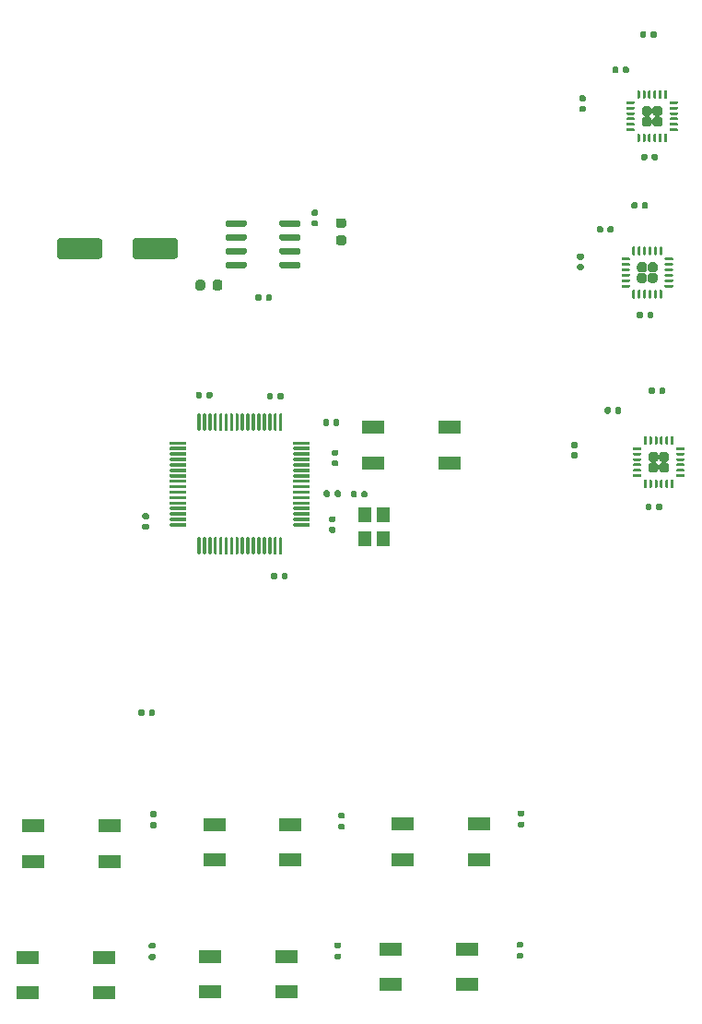
<source format=gbr>
%TF.GenerationSoftware,KiCad,Pcbnew,(5.1.10)-1*%
%TF.CreationDate,2021-07-23T15:11:28+09:00*%
%TF.ProjectId,ZeroGravity,5a65726f-4772-4617-9669-74792e6b6963,rev?*%
%TF.SameCoordinates,Original*%
%TF.FileFunction,Paste,Top*%
%TF.FilePolarity,Positive*%
%FSLAX46Y46*%
G04 Gerber Fmt 4.6, Leading zero omitted, Abs format (unit mm)*
G04 Created by KiCad (PCBNEW (5.1.10)-1) date 2021-07-23 15:11:28*
%MOMM*%
%LPD*%
G01*
G04 APERTURE LIST*
%ADD10R,2.000000X1.250000*%
%ADD11C,0.100000*%
%ADD12R,1.200000X1.400000*%
G04 APERTURE END LIST*
%TO.C,C21*%
G36*
G01*
X127370000Y-103420000D02*
X127030000Y-103420000D01*
G75*
G02*
X126890000Y-103280000I0J140000D01*
G01*
X126890000Y-103000000D01*
G75*
G02*
X127030000Y-102860000I140000J0D01*
G01*
X127370000Y-102860000D01*
G75*
G02*
X127510000Y-103000000I0J-140000D01*
G01*
X127510000Y-103280000D01*
G75*
G02*
X127370000Y-103420000I-140000J0D01*
G01*
G37*
G36*
G01*
X127370000Y-104380000D02*
X127030000Y-104380000D01*
G75*
G02*
X126890000Y-104240000I0J140000D01*
G01*
X126890000Y-103960000D01*
G75*
G02*
X127030000Y-103820000I140000J0D01*
G01*
X127370000Y-103820000D01*
G75*
G02*
X127510000Y-103960000I0J-140000D01*
G01*
X127510000Y-104240000D01*
G75*
G02*
X127370000Y-104380000I-140000J0D01*
G01*
G37*
%TD*%
%TO.C,C8*%
G36*
G01*
X149280000Y-96040000D02*
X149620000Y-96040000D01*
G75*
G02*
X149760000Y-96180000I0J-140000D01*
G01*
X149760000Y-96460000D01*
G75*
G02*
X149620000Y-96600000I-140000J0D01*
G01*
X149280000Y-96600000D01*
G75*
G02*
X149140000Y-96460000I0J140000D01*
G01*
X149140000Y-96180000D01*
G75*
G02*
X149280000Y-96040000I140000J0D01*
G01*
G37*
G36*
G01*
X149280000Y-97000000D02*
X149620000Y-97000000D01*
G75*
G02*
X149760000Y-97140000I0J-140000D01*
G01*
X149760000Y-97420000D01*
G75*
G02*
X149620000Y-97560000I-140000J0D01*
G01*
X149280000Y-97560000D01*
G75*
G02*
X149140000Y-97420000I0J140000D01*
G01*
X149140000Y-97140000D01*
G75*
G02*
X149280000Y-97000000I140000J0D01*
G01*
G37*
%TD*%
%TO.C,R3*%
G36*
G01*
X128235000Y-130610000D02*
X127865000Y-130610000D01*
G75*
G02*
X127730000Y-130475000I0J135000D01*
G01*
X127730000Y-130205000D01*
G75*
G02*
X127865000Y-130070000I135000J0D01*
G01*
X128235000Y-130070000D01*
G75*
G02*
X128370000Y-130205000I0J-135000D01*
G01*
X128370000Y-130475000D01*
G75*
G02*
X128235000Y-130610000I-135000J0D01*
G01*
G37*
G36*
G01*
X128235000Y-131630000D02*
X127865000Y-131630000D01*
G75*
G02*
X127730000Y-131495000I0J135000D01*
G01*
X127730000Y-131225000D01*
G75*
G02*
X127865000Y-131090000I135000J0D01*
G01*
X128235000Y-131090000D01*
G75*
G02*
X128370000Y-131225000I0J-135000D01*
G01*
X128370000Y-131495000D01*
G75*
G02*
X128235000Y-131630000I-135000J0D01*
G01*
G37*
%TD*%
D10*
%TO.C,SW1*%
X99700000Y-131275000D03*
X106700000Y-131275000D03*
X99700000Y-134525000D03*
X106700000Y-134525000D03*
%TD*%
%TO.C,SW3*%
X116350000Y-131150000D03*
X123350000Y-131150000D03*
X116350000Y-134400000D03*
X123350000Y-134400000D03*
%TD*%
%TO.C,C23*%
G36*
G01*
X127280000Y-96760000D02*
X127620000Y-96760000D01*
G75*
G02*
X127760000Y-96900000I0J-140000D01*
G01*
X127760000Y-97180000D01*
G75*
G02*
X127620000Y-97320000I-140000J0D01*
G01*
X127280000Y-97320000D01*
G75*
G02*
X127140000Y-97180000I0J140000D01*
G01*
X127140000Y-96900000D01*
G75*
G02*
X127280000Y-96760000I140000J0D01*
G01*
G37*
G36*
G01*
X127280000Y-97720000D02*
X127620000Y-97720000D01*
G75*
G02*
X127760000Y-97860000I0J-140000D01*
G01*
X127760000Y-98140000D01*
G75*
G02*
X127620000Y-98280000I-140000J0D01*
G01*
X127280000Y-98280000D01*
G75*
G02*
X127140000Y-98140000I0J140000D01*
G01*
X127140000Y-97860000D01*
G75*
G02*
X127280000Y-97720000I140000J0D01*
G01*
G37*
%TD*%
%TO.C,SW6*%
X139600000Y-145825000D03*
X132600000Y-145825000D03*
X139600000Y-142575000D03*
X132600000Y-142575000D03*
%TD*%
%TO.C,TC1*%
G36*
G01*
X113000000Y-77600000D02*
X113000000Y-79000000D01*
G75*
G02*
X112750000Y-79250000I-250000J0D01*
G01*
X109100000Y-79250000D01*
G75*
G02*
X108850000Y-79000000I0J250000D01*
G01*
X108850000Y-77600000D01*
G75*
G02*
X109100000Y-77350000I250000J0D01*
G01*
X112750000Y-77350000D01*
G75*
G02*
X113000000Y-77600000I0J-250000D01*
G01*
G37*
G36*
G01*
X106050000Y-77600000D02*
X106050000Y-79000000D01*
G75*
G02*
X105800000Y-79250000I-250000J0D01*
G01*
X102150000Y-79250000D01*
G75*
G02*
X101900000Y-79000000I0J250000D01*
G01*
X101900000Y-77600000D01*
G75*
G02*
X102150000Y-77350000I250000J0D01*
G01*
X105800000Y-77350000D01*
G75*
G02*
X106050000Y-77600000I0J-250000D01*
G01*
G37*
%TD*%
%TO.C,C14*%
G36*
G01*
X157810000Y-91180000D02*
X157810000Y-91520000D01*
G75*
G02*
X157670000Y-91660000I-140000J0D01*
G01*
X157390000Y-91660000D01*
G75*
G02*
X157250000Y-91520000I0J140000D01*
G01*
X157250000Y-91180000D01*
G75*
G02*
X157390000Y-91040000I140000J0D01*
G01*
X157670000Y-91040000D01*
G75*
G02*
X157810000Y-91180000I0J-140000D01*
G01*
G37*
G36*
G01*
X156850000Y-91180000D02*
X156850000Y-91520000D01*
G75*
G02*
X156710000Y-91660000I-140000J0D01*
G01*
X156430000Y-91660000D01*
G75*
G02*
X156290000Y-91520000I0J140000D01*
G01*
X156290000Y-91180000D01*
G75*
G02*
X156430000Y-91040000I140000J0D01*
G01*
X156710000Y-91040000D01*
G75*
G02*
X156850000Y-91180000I0J-140000D01*
G01*
G37*
%TD*%
%TO.C,C20*%
G36*
G01*
X125770000Y-76260000D02*
X125430000Y-76260000D01*
G75*
G02*
X125290000Y-76120000I0J140000D01*
G01*
X125290000Y-75840000D01*
G75*
G02*
X125430000Y-75700000I140000J0D01*
G01*
X125770000Y-75700000D01*
G75*
G02*
X125910000Y-75840000I0J-140000D01*
G01*
X125910000Y-76120000D01*
G75*
G02*
X125770000Y-76260000I-140000J0D01*
G01*
G37*
G36*
G01*
X125770000Y-75300000D02*
X125430000Y-75300000D01*
G75*
G02*
X125290000Y-75160000I0J140000D01*
G01*
X125290000Y-74880000D01*
G75*
G02*
X125430000Y-74740000I140000J0D01*
G01*
X125770000Y-74740000D01*
G75*
G02*
X125910000Y-74880000I0J-140000D01*
G01*
X125910000Y-75160000D01*
G75*
G02*
X125770000Y-75300000I-140000J0D01*
G01*
G37*
%TD*%
%TO.C,C4*%
G36*
G01*
X122550000Y-108520000D02*
X122550000Y-108180000D01*
G75*
G02*
X122690000Y-108040000I140000J0D01*
G01*
X122970000Y-108040000D01*
G75*
G02*
X123110000Y-108180000I0J-140000D01*
G01*
X123110000Y-108520000D01*
G75*
G02*
X122970000Y-108660000I-140000J0D01*
G01*
X122690000Y-108660000D01*
G75*
G02*
X122550000Y-108520000I0J140000D01*
G01*
G37*
G36*
G01*
X121590000Y-108520000D02*
X121590000Y-108180000D01*
G75*
G02*
X121730000Y-108040000I140000J0D01*
G01*
X122010000Y-108040000D01*
G75*
G02*
X122150000Y-108180000I0J-140000D01*
G01*
X122150000Y-108520000D01*
G75*
G02*
X122010000Y-108660000I-140000J0D01*
G01*
X121730000Y-108660000D01*
G75*
G02*
X121590000Y-108520000I0J140000D01*
G01*
G37*
%TD*%
%TO.C,C10*%
G36*
G01*
X151540000Y-76720000D02*
X151540000Y-76380000D01*
G75*
G02*
X151680000Y-76240000I140000J0D01*
G01*
X151960000Y-76240000D01*
G75*
G02*
X152100000Y-76380000I0J-140000D01*
G01*
X152100000Y-76720000D01*
G75*
G02*
X151960000Y-76860000I-140000J0D01*
G01*
X151680000Y-76860000D01*
G75*
G02*
X151540000Y-76720000I0J140000D01*
G01*
G37*
G36*
G01*
X152500000Y-76720000D02*
X152500000Y-76380000D01*
G75*
G02*
X152640000Y-76240000I140000J0D01*
G01*
X152920000Y-76240000D01*
G75*
G02*
X153060000Y-76380000I0J-140000D01*
G01*
X153060000Y-76720000D01*
G75*
G02*
X152920000Y-76860000I-140000J0D01*
G01*
X152640000Y-76860000D01*
G75*
G02*
X152500000Y-76720000I0J140000D01*
G01*
G37*
%TD*%
%TO.C,C19*%
G36*
G01*
X120700000Y-82630000D02*
X120700000Y-82970000D01*
G75*
G02*
X120560000Y-83110000I-140000J0D01*
G01*
X120280000Y-83110000D01*
G75*
G02*
X120140000Y-82970000I0J140000D01*
G01*
X120140000Y-82630000D01*
G75*
G02*
X120280000Y-82490000I140000J0D01*
G01*
X120560000Y-82490000D01*
G75*
G02*
X120700000Y-82630000I0J-140000D01*
G01*
G37*
G36*
G01*
X121660000Y-82630000D02*
X121660000Y-82970000D01*
G75*
G02*
X121520000Y-83110000I-140000J0D01*
G01*
X121240000Y-83110000D01*
G75*
G02*
X121100000Y-82970000I0J140000D01*
G01*
X121100000Y-82630000D01*
G75*
G02*
X121240000Y-82490000I140000J0D01*
G01*
X121520000Y-82490000D01*
G75*
G02*
X121660000Y-82630000I0J-140000D01*
G01*
G37*
%TD*%
%TO.C,L1*%
G36*
G01*
X127743750Y-75525000D02*
X128256250Y-75525000D01*
G75*
G02*
X128475000Y-75743750I0J-218750D01*
G01*
X128475000Y-76181250D01*
G75*
G02*
X128256250Y-76400000I-218750J0D01*
G01*
X127743750Y-76400000D01*
G75*
G02*
X127525000Y-76181250I0J218750D01*
G01*
X127525000Y-75743750D01*
G75*
G02*
X127743750Y-75525000I218750J0D01*
G01*
G37*
G36*
G01*
X127743750Y-77100000D02*
X128256250Y-77100000D01*
G75*
G02*
X128475000Y-77318750I0J-218750D01*
G01*
X128475000Y-77756250D01*
G75*
G02*
X128256250Y-77975000I-218750J0D01*
G01*
X127743750Y-77975000D01*
G75*
G02*
X127525000Y-77756250I0J218750D01*
G01*
X127525000Y-77318750D01*
G75*
G02*
X127743750Y-77100000I218750J0D01*
G01*
G37*
%TD*%
%TO.C,C22*%
G36*
G01*
X130430000Y-100680000D02*
X130430000Y-101020000D01*
G75*
G02*
X130290000Y-101160000I-140000J0D01*
G01*
X130010000Y-101160000D01*
G75*
G02*
X129870000Y-101020000I0J140000D01*
G01*
X129870000Y-100680000D01*
G75*
G02*
X130010000Y-100540000I140000J0D01*
G01*
X130290000Y-100540000D01*
G75*
G02*
X130430000Y-100680000I0J-140000D01*
G01*
G37*
G36*
G01*
X129470000Y-100680000D02*
X129470000Y-101020000D01*
G75*
G02*
X129330000Y-101160000I-140000J0D01*
G01*
X129050000Y-101160000D01*
G75*
G02*
X128910000Y-101020000I0J140000D01*
G01*
X128910000Y-100680000D01*
G75*
G02*
X129050000Y-100540000I140000J0D01*
G01*
X129330000Y-100540000D01*
G75*
G02*
X129470000Y-100680000I0J-140000D01*
G01*
G37*
%TD*%
%TO.C,C24*%
G36*
G01*
X127860000Y-94080000D02*
X127860000Y-94420000D01*
G75*
G02*
X127720000Y-94560000I-140000J0D01*
G01*
X127440000Y-94560000D01*
G75*
G02*
X127300000Y-94420000I0J140000D01*
G01*
X127300000Y-94080000D01*
G75*
G02*
X127440000Y-93940000I140000J0D01*
G01*
X127720000Y-93940000D01*
G75*
G02*
X127860000Y-94080000I0J-140000D01*
G01*
G37*
G36*
G01*
X126900000Y-94080000D02*
X126900000Y-94420000D01*
G75*
G02*
X126760000Y-94560000I-140000J0D01*
G01*
X126480000Y-94560000D01*
G75*
G02*
X126340000Y-94420000I0J140000D01*
G01*
X126340000Y-94080000D01*
G75*
G02*
X126480000Y-93940000I140000J0D01*
G01*
X126760000Y-93940000D01*
G75*
G02*
X126900000Y-94080000I0J-140000D01*
G01*
G37*
%TD*%
%TO.C,C7*%
G36*
G01*
X149830000Y-78760000D02*
X150170000Y-78760000D01*
G75*
G02*
X150310000Y-78900000I0J-140000D01*
G01*
X150310000Y-79180000D01*
G75*
G02*
X150170000Y-79320000I-140000J0D01*
G01*
X149830000Y-79320000D01*
G75*
G02*
X149690000Y-79180000I0J140000D01*
G01*
X149690000Y-78900000D01*
G75*
G02*
X149830000Y-78760000I140000J0D01*
G01*
G37*
G36*
G01*
X149830000Y-79720000D02*
X150170000Y-79720000D01*
G75*
G02*
X150310000Y-79860000I0J-140000D01*
G01*
X150310000Y-80140000D01*
G75*
G02*
X150170000Y-80280000I-140000J0D01*
G01*
X149830000Y-80280000D01*
G75*
G02*
X149690000Y-80140000I0J140000D01*
G01*
X149690000Y-79860000D01*
G75*
G02*
X149830000Y-79720000I140000J0D01*
G01*
G37*
%TD*%
%TO.C,D1*%
G36*
G01*
X114637500Y-81906250D02*
X114637500Y-81393750D01*
G75*
G02*
X114856250Y-81175000I218750J0D01*
G01*
X115293750Y-81175000D01*
G75*
G02*
X115512500Y-81393750I0J-218750D01*
G01*
X115512500Y-81906250D01*
G75*
G02*
X115293750Y-82125000I-218750J0D01*
G01*
X114856250Y-82125000D01*
G75*
G02*
X114637500Y-81906250I0J218750D01*
G01*
G37*
G36*
G01*
X116212500Y-81906250D02*
X116212500Y-81393750D01*
G75*
G02*
X116431250Y-81175000I218750J0D01*
G01*
X116868750Y-81175000D01*
G75*
G02*
X117087500Y-81393750I0J-218750D01*
G01*
X117087500Y-81906250D01*
G75*
G02*
X116868750Y-82125000I-218750J0D01*
G01*
X116431250Y-82125000D01*
G75*
G02*
X116212500Y-81906250I0J218750D01*
G01*
G37*
%TD*%
%TO.C,C6*%
G36*
G01*
X150030000Y-65200000D02*
X150370000Y-65200000D01*
G75*
G02*
X150510000Y-65340000I0J-140000D01*
G01*
X150510000Y-65620000D01*
G75*
G02*
X150370000Y-65760000I-140000J0D01*
G01*
X150030000Y-65760000D01*
G75*
G02*
X149890000Y-65620000I0J140000D01*
G01*
X149890000Y-65340000D01*
G75*
G02*
X150030000Y-65200000I140000J0D01*
G01*
G37*
G36*
G01*
X150030000Y-64240000D02*
X150370000Y-64240000D01*
G75*
G02*
X150510000Y-64380000I0J-140000D01*
G01*
X150510000Y-64660000D01*
G75*
G02*
X150370000Y-64800000I-140000J0D01*
G01*
X150030000Y-64800000D01*
G75*
G02*
X149890000Y-64660000I0J140000D01*
G01*
X149890000Y-64380000D01*
G75*
G02*
X150030000Y-64240000I140000J0D01*
G01*
G37*
%TD*%
%TO.C,C13*%
G36*
G01*
X156210000Y-74180000D02*
X156210000Y-74520000D01*
G75*
G02*
X156070000Y-74660000I-140000J0D01*
G01*
X155790000Y-74660000D01*
G75*
G02*
X155650000Y-74520000I0J140000D01*
G01*
X155650000Y-74180000D01*
G75*
G02*
X155790000Y-74040000I140000J0D01*
G01*
X156070000Y-74040000D01*
G75*
G02*
X156210000Y-74180000I0J-140000D01*
G01*
G37*
G36*
G01*
X155250000Y-74180000D02*
X155250000Y-74520000D01*
G75*
G02*
X155110000Y-74660000I-140000J0D01*
G01*
X154830000Y-74660000D01*
G75*
G02*
X154690000Y-74520000I0J140000D01*
G01*
X154690000Y-74180000D01*
G75*
G02*
X154830000Y-74040000I140000J0D01*
G01*
X155110000Y-74040000D01*
G75*
G02*
X155250000Y-74180000I0J-140000D01*
G01*
G37*
%TD*%
%TO.C,C15*%
G36*
G01*
X157110000Y-69730000D02*
X157110000Y-70070000D01*
G75*
G02*
X156970000Y-70210000I-140000J0D01*
G01*
X156690000Y-70210000D01*
G75*
G02*
X156550000Y-70070000I0J140000D01*
G01*
X156550000Y-69730000D01*
G75*
G02*
X156690000Y-69590000I140000J0D01*
G01*
X156970000Y-69590000D01*
G75*
G02*
X157110000Y-69730000I0J-140000D01*
G01*
G37*
G36*
G01*
X156150000Y-69730000D02*
X156150000Y-70070000D01*
G75*
G02*
X156010000Y-70210000I-140000J0D01*
G01*
X155730000Y-70210000D01*
G75*
G02*
X155590000Y-70070000I0J140000D01*
G01*
X155590000Y-69730000D01*
G75*
G02*
X155730000Y-69590000I140000J0D01*
G01*
X156010000Y-69590000D01*
G75*
G02*
X156150000Y-69730000I0J-140000D01*
G01*
G37*
%TD*%
%TO.C,C17*%
G36*
G01*
X156550000Y-101830000D02*
X156550000Y-102170000D01*
G75*
G02*
X156410000Y-102310000I-140000J0D01*
G01*
X156130000Y-102310000D01*
G75*
G02*
X155990000Y-102170000I0J140000D01*
G01*
X155990000Y-101830000D01*
G75*
G02*
X156130000Y-101690000I140000J0D01*
G01*
X156410000Y-101690000D01*
G75*
G02*
X156550000Y-101830000I0J-140000D01*
G01*
G37*
G36*
G01*
X157510000Y-101830000D02*
X157510000Y-102170000D01*
G75*
G02*
X157370000Y-102310000I-140000J0D01*
G01*
X157090000Y-102310000D01*
G75*
G02*
X156950000Y-102170000I0J140000D01*
G01*
X156950000Y-101830000D01*
G75*
G02*
X157090000Y-101690000I140000J0D01*
G01*
X157370000Y-101690000D01*
G75*
G02*
X157510000Y-101830000I0J-140000D01*
G01*
G37*
%TD*%
%TO.C,R1*%
G36*
G01*
X110935000Y-130460000D02*
X110565000Y-130460000D01*
G75*
G02*
X110430000Y-130325000I0J135000D01*
G01*
X110430000Y-130055000D01*
G75*
G02*
X110565000Y-129920000I135000J0D01*
G01*
X110935000Y-129920000D01*
G75*
G02*
X111070000Y-130055000I0J-135000D01*
G01*
X111070000Y-130325000D01*
G75*
G02*
X110935000Y-130460000I-135000J0D01*
G01*
G37*
G36*
G01*
X110935000Y-131480000D02*
X110565000Y-131480000D01*
G75*
G02*
X110430000Y-131345000I0J135000D01*
G01*
X110430000Y-131075000D01*
G75*
G02*
X110565000Y-130940000I135000J0D01*
G01*
X110935000Y-130940000D01*
G75*
G02*
X111070000Y-131075000I0J-135000D01*
G01*
X111070000Y-131345000D01*
G75*
G02*
X110935000Y-131480000I-135000J0D01*
G01*
G37*
%TD*%
%TO.C,C9*%
G36*
G01*
X152940000Y-62070000D02*
X152940000Y-61730000D01*
G75*
G02*
X153080000Y-61590000I140000J0D01*
G01*
X153360000Y-61590000D01*
G75*
G02*
X153500000Y-61730000I0J-140000D01*
G01*
X153500000Y-62070000D01*
G75*
G02*
X153360000Y-62210000I-140000J0D01*
G01*
X153080000Y-62210000D01*
G75*
G02*
X152940000Y-62070000I0J140000D01*
G01*
G37*
G36*
G01*
X153900000Y-62070000D02*
X153900000Y-61730000D01*
G75*
G02*
X154040000Y-61590000I140000J0D01*
G01*
X154320000Y-61590000D01*
G75*
G02*
X154460000Y-61730000I0J-140000D01*
G01*
X154460000Y-62070000D01*
G75*
G02*
X154320000Y-62210000I-140000J0D01*
G01*
X154040000Y-62210000D01*
G75*
G02*
X153900000Y-62070000I0J140000D01*
G01*
G37*
%TD*%
%TO.C,C5*%
G36*
G01*
X110350000Y-121070000D02*
X110350000Y-120730000D01*
G75*
G02*
X110490000Y-120590000I140000J0D01*
G01*
X110770000Y-120590000D01*
G75*
G02*
X110910000Y-120730000I0J-140000D01*
G01*
X110910000Y-121070000D01*
G75*
G02*
X110770000Y-121210000I-140000J0D01*
G01*
X110490000Y-121210000D01*
G75*
G02*
X110350000Y-121070000I0J140000D01*
G01*
G37*
G36*
G01*
X109390000Y-121070000D02*
X109390000Y-120730000D01*
G75*
G02*
X109530000Y-120590000I140000J0D01*
G01*
X109810000Y-120590000D01*
G75*
G02*
X109950000Y-120730000I0J-140000D01*
G01*
X109950000Y-121070000D01*
G75*
G02*
X109810000Y-121210000I-140000J0D01*
G01*
X109530000Y-121210000D01*
G75*
G02*
X109390000Y-121070000I0J140000D01*
G01*
G37*
%TD*%
%TO.C,C12*%
G36*
G01*
X156050000Y-58480000D02*
X156050000Y-58820000D01*
G75*
G02*
X155910000Y-58960000I-140000J0D01*
G01*
X155630000Y-58960000D01*
G75*
G02*
X155490000Y-58820000I0J140000D01*
G01*
X155490000Y-58480000D01*
G75*
G02*
X155630000Y-58340000I140000J0D01*
G01*
X155910000Y-58340000D01*
G75*
G02*
X156050000Y-58480000I0J-140000D01*
G01*
G37*
G36*
G01*
X157010000Y-58480000D02*
X157010000Y-58820000D01*
G75*
G02*
X156870000Y-58960000I-140000J0D01*
G01*
X156590000Y-58960000D01*
G75*
G02*
X156450000Y-58820000I0J140000D01*
G01*
X156450000Y-58480000D01*
G75*
G02*
X156590000Y-58340000I140000J0D01*
G01*
X156870000Y-58340000D01*
G75*
G02*
X157010000Y-58480000I0J-140000D01*
G01*
G37*
%TD*%
%TO.C,R4*%
G36*
G01*
X127885000Y-143540000D02*
X127515000Y-143540000D01*
G75*
G02*
X127380000Y-143405000I0J135000D01*
G01*
X127380000Y-143135000D01*
G75*
G02*
X127515000Y-143000000I135000J0D01*
G01*
X127885000Y-143000000D01*
G75*
G02*
X128020000Y-143135000I0J-135000D01*
G01*
X128020000Y-143405000D01*
G75*
G02*
X127885000Y-143540000I-135000J0D01*
G01*
G37*
G36*
G01*
X127885000Y-142520000D02*
X127515000Y-142520000D01*
G75*
G02*
X127380000Y-142385000I0J135000D01*
G01*
X127380000Y-142115000D01*
G75*
G02*
X127515000Y-141980000I135000J0D01*
G01*
X127885000Y-141980000D01*
G75*
G02*
X128020000Y-142115000I0J-135000D01*
G01*
X128020000Y-142385000D01*
G75*
G02*
X127885000Y-142520000I-135000J0D01*
G01*
G37*
%TD*%
%TO.C,C11*%
G36*
G01*
X153200000Y-93320000D02*
X153200000Y-92980000D01*
G75*
G02*
X153340000Y-92840000I140000J0D01*
G01*
X153620000Y-92840000D01*
G75*
G02*
X153760000Y-92980000I0J-140000D01*
G01*
X153760000Y-93320000D01*
G75*
G02*
X153620000Y-93460000I-140000J0D01*
G01*
X153340000Y-93460000D01*
G75*
G02*
X153200000Y-93320000I0J140000D01*
G01*
G37*
G36*
G01*
X152240000Y-93320000D02*
X152240000Y-92980000D01*
G75*
G02*
X152380000Y-92840000I140000J0D01*
G01*
X152660000Y-92840000D01*
G75*
G02*
X152800000Y-92980000I0J-140000D01*
G01*
X152800000Y-93320000D01*
G75*
G02*
X152660000Y-93460000I-140000J0D01*
G01*
X152380000Y-93460000D01*
G75*
G02*
X152240000Y-93320000I0J140000D01*
G01*
G37*
%TD*%
%TO.C,R2*%
G36*
G01*
X110835000Y-143580000D02*
X110465000Y-143580000D01*
G75*
G02*
X110330000Y-143445000I0J135000D01*
G01*
X110330000Y-143175000D01*
G75*
G02*
X110465000Y-143040000I135000J0D01*
G01*
X110835000Y-143040000D01*
G75*
G02*
X110970000Y-143175000I0J-135000D01*
G01*
X110970000Y-143445000D01*
G75*
G02*
X110835000Y-143580000I-135000J0D01*
G01*
G37*
G36*
G01*
X110835000Y-142560000D02*
X110465000Y-142560000D01*
G75*
G02*
X110330000Y-142425000I0J135000D01*
G01*
X110330000Y-142155000D01*
G75*
G02*
X110465000Y-142020000I135000J0D01*
G01*
X110835000Y-142020000D01*
G75*
G02*
X110970000Y-142155000I0J-135000D01*
G01*
X110970000Y-142425000D01*
G75*
G02*
X110835000Y-142560000I-135000J0D01*
G01*
G37*
%TD*%
%TO.C,C16*%
G36*
G01*
X155750000Y-84230000D02*
X155750000Y-84570000D01*
G75*
G02*
X155610000Y-84710000I-140000J0D01*
G01*
X155330000Y-84710000D01*
G75*
G02*
X155190000Y-84570000I0J140000D01*
G01*
X155190000Y-84230000D01*
G75*
G02*
X155330000Y-84090000I140000J0D01*
G01*
X155610000Y-84090000D01*
G75*
G02*
X155750000Y-84230000I0J-140000D01*
G01*
G37*
G36*
G01*
X156710000Y-84230000D02*
X156710000Y-84570000D01*
G75*
G02*
X156570000Y-84710000I-140000J0D01*
G01*
X156290000Y-84710000D01*
G75*
G02*
X156150000Y-84570000I0J140000D01*
G01*
X156150000Y-84230000D01*
G75*
G02*
X156290000Y-84090000I140000J0D01*
G01*
X156570000Y-84090000D01*
G75*
G02*
X156710000Y-84230000I0J-140000D01*
G01*
G37*
%TD*%
%TO.C,R5*%
G36*
G01*
X144735000Y-130410000D02*
X144365000Y-130410000D01*
G75*
G02*
X144230000Y-130275000I0J135000D01*
G01*
X144230000Y-130005000D01*
G75*
G02*
X144365000Y-129870000I135000J0D01*
G01*
X144735000Y-129870000D01*
G75*
G02*
X144870000Y-130005000I0J-135000D01*
G01*
X144870000Y-130275000D01*
G75*
G02*
X144735000Y-130410000I-135000J0D01*
G01*
G37*
G36*
G01*
X144735000Y-131430000D02*
X144365000Y-131430000D01*
G75*
G02*
X144230000Y-131295000I0J135000D01*
G01*
X144230000Y-131025000D01*
G75*
G02*
X144365000Y-130890000I135000J0D01*
G01*
X144735000Y-130890000D01*
G75*
G02*
X144870000Y-131025000I0J-135000D01*
G01*
X144870000Y-131295000D01*
G75*
G02*
X144735000Y-131430000I-135000J0D01*
G01*
G37*
%TD*%
%TO.C,R6*%
G36*
G01*
X144635000Y-143480000D02*
X144265000Y-143480000D01*
G75*
G02*
X144130000Y-143345000I0J135000D01*
G01*
X144130000Y-143075000D01*
G75*
G02*
X144265000Y-142940000I135000J0D01*
G01*
X144635000Y-142940000D01*
G75*
G02*
X144770000Y-143075000I0J-135000D01*
G01*
X144770000Y-143345000D01*
G75*
G02*
X144635000Y-143480000I-135000J0D01*
G01*
G37*
G36*
G01*
X144635000Y-142460000D02*
X144265000Y-142460000D01*
G75*
G02*
X144130000Y-142325000I0J135000D01*
G01*
X144130000Y-142055000D01*
G75*
G02*
X144265000Y-141920000I135000J0D01*
G01*
X144635000Y-141920000D01*
G75*
G02*
X144770000Y-142055000I0J-135000D01*
G01*
X144770000Y-142325000D01*
G75*
G02*
X144635000Y-142460000I-135000J0D01*
G01*
G37*
%TD*%
%TO.C,R7*%
G36*
G01*
X127980000Y-100615000D02*
X127980000Y-100985000D01*
G75*
G02*
X127845000Y-101120000I-135000J0D01*
G01*
X127575000Y-101120000D01*
G75*
G02*
X127440000Y-100985000I0J135000D01*
G01*
X127440000Y-100615000D01*
G75*
G02*
X127575000Y-100480000I135000J0D01*
G01*
X127845000Y-100480000D01*
G75*
G02*
X127980000Y-100615000I0J-135000D01*
G01*
G37*
G36*
G01*
X126960000Y-100615000D02*
X126960000Y-100985000D01*
G75*
G02*
X126825000Y-101120000I-135000J0D01*
G01*
X126555000Y-101120000D01*
G75*
G02*
X126420000Y-100985000I0J135000D01*
G01*
X126420000Y-100615000D01*
G75*
G02*
X126555000Y-100480000I135000J0D01*
G01*
X126825000Y-100480000D01*
G75*
G02*
X126960000Y-100615000I0J-135000D01*
G01*
G37*
%TD*%
%TO.C,SW2*%
X106200000Y-146600000D03*
X99200000Y-146600000D03*
X106200000Y-143350000D03*
X99200000Y-143350000D03*
%TD*%
%TO.C,SW4*%
X123000000Y-146525000D03*
X116000000Y-146525000D03*
X123000000Y-143275000D03*
X116000000Y-143275000D03*
%TD*%
%TO.C,SW5*%
X133700000Y-131125000D03*
X140700000Y-131125000D03*
X133700000Y-134375000D03*
X140700000Y-134375000D03*
%TD*%
%TO.C,SW7*%
X137950000Y-97950000D03*
X130950000Y-97950000D03*
X137950000Y-94700000D03*
X130950000Y-94700000D03*
%TD*%
%TO.C,U1*%
G36*
G01*
X125150000Y-103575000D02*
X125150000Y-103725000D01*
G75*
G02*
X125075000Y-103800000I-75000J0D01*
G01*
X123675000Y-103800000D01*
G75*
G02*
X123600000Y-103725000I0J75000D01*
G01*
X123600000Y-103575000D01*
G75*
G02*
X123675000Y-103500000I75000J0D01*
G01*
X125075000Y-103500000D01*
G75*
G02*
X125150000Y-103575000I0J-75000D01*
G01*
G37*
G36*
G01*
X125150000Y-103075000D02*
X125150000Y-103225000D01*
G75*
G02*
X125075000Y-103300000I-75000J0D01*
G01*
X123675000Y-103300000D01*
G75*
G02*
X123600000Y-103225000I0J75000D01*
G01*
X123600000Y-103075000D01*
G75*
G02*
X123675000Y-103000000I75000J0D01*
G01*
X125075000Y-103000000D01*
G75*
G02*
X125150000Y-103075000I0J-75000D01*
G01*
G37*
G36*
G01*
X125150000Y-102575000D02*
X125150000Y-102725000D01*
G75*
G02*
X125075000Y-102800000I-75000J0D01*
G01*
X123675000Y-102800000D01*
G75*
G02*
X123600000Y-102725000I0J75000D01*
G01*
X123600000Y-102575000D01*
G75*
G02*
X123675000Y-102500000I75000J0D01*
G01*
X125075000Y-102500000D01*
G75*
G02*
X125150000Y-102575000I0J-75000D01*
G01*
G37*
G36*
G01*
X125150000Y-102075000D02*
X125150000Y-102225000D01*
G75*
G02*
X125075000Y-102300000I-75000J0D01*
G01*
X123675000Y-102300000D01*
G75*
G02*
X123600000Y-102225000I0J75000D01*
G01*
X123600000Y-102075000D01*
G75*
G02*
X123675000Y-102000000I75000J0D01*
G01*
X125075000Y-102000000D01*
G75*
G02*
X125150000Y-102075000I0J-75000D01*
G01*
G37*
G36*
G01*
X125150000Y-101575000D02*
X125150000Y-101725000D01*
G75*
G02*
X125075000Y-101800000I-75000J0D01*
G01*
X123675000Y-101800000D01*
G75*
G02*
X123600000Y-101725000I0J75000D01*
G01*
X123600000Y-101575000D01*
G75*
G02*
X123675000Y-101500000I75000J0D01*
G01*
X125075000Y-101500000D01*
G75*
G02*
X125150000Y-101575000I0J-75000D01*
G01*
G37*
G36*
G01*
X125150000Y-101075000D02*
X125150000Y-101225000D01*
G75*
G02*
X125075000Y-101300000I-75000J0D01*
G01*
X123675000Y-101300000D01*
G75*
G02*
X123600000Y-101225000I0J75000D01*
G01*
X123600000Y-101075000D01*
G75*
G02*
X123675000Y-101000000I75000J0D01*
G01*
X125075000Y-101000000D01*
G75*
G02*
X125150000Y-101075000I0J-75000D01*
G01*
G37*
G36*
G01*
X125150000Y-100575000D02*
X125150000Y-100725000D01*
G75*
G02*
X125075000Y-100800000I-75000J0D01*
G01*
X123675000Y-100800000D01*
G75*
G02*
X123600000Y-100725000I0J75000D01*
G01*
X123600000Y-100575000D01*
G75*
G02*
X123675000Y-100500000I75000J0D01*
G01*
X125075000Y-100500000D01*
G75*
G02*
X125150000Y-100575000I0J-75000D01*
G01*
G37*
G36*
G01*
X125150000Y-100075000D02*
X125150000Y-100225000D01*
G75*
G02*
X125075000Y-100300000I-75000J0D01*
G01*
X123675000Y-100300000D01*
G75*
G02*
X123600000Y-100225000I0J75000D01*
G01*
X123600000Y-100075000D01*
G75*
G02*
X123675000Y-100000000I75000J0D01*
G01*
X125075000Y-100000000D01*
G75*
G02*
X125150000Y-100075000I0J-75000D01*
G01*
G37*
G36*
G01*
X125150000Y-99575000D02*
X125150000Y-99725000D01*
G75*
G02*
X125075000Y-99800000I-75000J0D01*
G01*
X123675000Y-99800000D01*
G75*
G02*
X123600000Y-99725000I0J75000D01*
G01*
X123600000Y-99575000D01*
G75*
G02*
X123675000Y-99500000I75000J0D01*
G01*
X125075000Y-99500000D01*
G75*
G02*
X125150000Y-99575000I0J-75000D01*
G01*
G37*
G36*
G01*
X125150000Y-99075000D02*
X125150000Y-99225000D01*
G75*
G02*
X125075000Y-99300000I-75000J0D01*
G01*
X123675000Y-99300000D01*
G75*
G02*
X123600000Y-99225000I0J75000D01*
G01*
X123600000Y-99075000D01*
G75*
G02*
X123675000Y-99000000I75000J0D01*
G01*
X125075000Y-99000000D01*
G75*
G02*
X125150000Y-99075000I0J-75000D01*
G01*
G37*
G36*
G01*
X125150000Y-98575000D02*
X125150000Y-98725000D01*
G75*
G02*
X125075000Y-98800000I-75000J0D01*
G01*
X123675000Y-98800000D01*
G75*
G02*
X123600000Y-98725000I0J75000D01*
G01*
X123600000Y-98575000D01*
G75*
G02*
X123675000Y-98500000I75000J0D01*
G01*
X125075000Y-98500000D01*
G75*
G02*
X125150000Y-98575000I0J-75000D01*
G01*
G37*
G36*
G01*
X125150000Y-98075000D02*
X125150000Y-98225000D01*
G75*
G02*
X125075000Y-98300000I-75000J0D01*
G01*
X123675000Y-98300000D01*
G75*
G02*
X123600000Y-98225000I0J75000D01*
G01*
X123600000Y-98075000D01*
G75*
G02*
X123675000Y-98000000I75000J0D01*
G01*
X125075000Y-98000000D01*
G75*
G02*
X125150000Y-98075000I0J-75000D01*
G01*
G37*
G36*
G01*
X125150000Y-97575000D02*
X125150000Y-97725000D01*
G75*
G02*
X125075000Y-97800000I-75000J0D01*
G01*
X123675000Y-97800000D01*
G75*
G02*
X123600000Y-97725000I0J75000D01*
G01*
X123600000Y-97575000D01*
G75*
G02*
X123675000Y-97500000I75000J0D01*
G01*
X125075000Y-97500000D01*
G75*
G02*
X125150000Y-97575000I0J-75000D01*
G01*
G37*
G36*
G01*
X125150000Y-97075000D02*
X125150000Y-97225000D01*
G75*
G02*
X125075000Y-97300000I-75000J0D01*
G01*
X123675000Y-97300000D01*
G75*
G02*
X123600000Y-97225000I0J75000D01*
G01*
X123600000Y-97075000D01*
G75*
G02*
X123675000Y-97000000I75000J0D01*
G01*
X125075000Y-97000000D01*
G75*
G02*
X125150000Y-97075000I0J-75000D01*
G01*
G37*
G36*
G01*
X125150000Y-96575000D02*
X125150000Y-96725000D01*
G75*
G02*
X125075000Y-96800000I-75000J0D01*
G01*
X123675000Y-96800000D01*
G75*
G02*
X123600000Y-96725000I0J75000D01*
G01*
X123600000Y-96575000D01*
G75*
G02*
X123675000Y-96500000I75000J0D01*
G01*
X125075000Y-96500000D01*
G75*
G02*
X125150000Y-96575000I0J-75000D01*
G01*
G37*
G36*
G01*
X125150000Y-96075000D02*
X125150000Y-96225000D01*
G75*
G02*
X125075000Y-96300000I-75000J0D01*
G01*
X123675000Y-96300000D01*
G75*
G02*
X123600000Y-96225000I0J75000D01*
G01*
X123600000Y-96075000D01*
G75*
G02*
X123675000Y-96000000I75000J0D01*
G01*
X125075000Y-96000000D01*
G75*
G02*
X125150000Y-96075000I0J-75000D01*
G01*
G37*
G36*
G01*
X122600000Y-93525000D02*
X122600000Y-94925000D01*
G75*
G02*
X122525000Y-95000000I-75000J0D01*
G01*
X122375000Y-95000000D01*
G75*
G02*
X122300000Y-94925000I0J75000D01*
G01*
X122300000Y-93525000D01*
G75*
G02*
X122375000Y-93450000I75000J0D01*
G01*
X122525000Y-93450000D01*
G75*
G02*
X122600000Y-93525000I0J-75000D01*
G01*
G37*
G36*
G01*
X122100000Y-93525000D02*
X122100000Y-94925000D01*
G75*
G02*
X122025000Y-95000000I-75000J0D01*
G01*
X121875000Y-95000000D01*
G75*
G02*
X121800000Y-94925000I0J75000D01*
G01*
X121800000Y-93525000D01*
G75*
G02*
X121875000Y-93450000I75000J0D01*
G01*
X122025000Y-93450000D01*
G75*
G02*
X122100000Y-93525000I0J-75000D01*
G01*
G37*
G36*
G01*
X121600000Y-93525000D02*
X121600000Y-94925000D01*
G75*
G02*
X121525000Y-95000000I-75000J0D01*
G01*
X121375000Y-95000000D01*
G75*
G02*
X121300000Y-94925000I0J75000D01*
G01*
X121300000Y-93525000D01*
G75*
G02*
X121375000Y-93450000I75000J0D01*
G01*
X121525000Y-93450000D01*
G75*
G02*
X121600000Y-93525000I0J-75000D01*
G01*
G37*
G36*
G01*
X121100000Y-93525000D02*
X121100000Y-94925000D01*
G75*
G02*
X121025000Y-95000000I-75000J0D01*
G01*
X120875000Y-95000000D01*
G75*
G02*
X120800000Y-94925000I0J75000D01*
G01*
X120800000Y-93525000D01*
G75*
G02*
X120875000Y-93450000I75000J0D01*
G01*
X121025000Y-93450000D01*
G75*
G02*
X121100000Y-93525000I0J-75000D01*
G01*
G37*
G36*
G01*
X120600000Y-93525000D02*
X120600000Y-94925000D01*
G75*
G02*
X120525000Y-95000000I-75000J0D01*
G01*
X120375000Y-95000000D01*
G75*
G02*
X120300000Y-94925000I0J75000D01*
G01*
X120300000Y-93525000D01*
G75*
G02*
X120375000Y-93450000I75000J0D01*
G01*
X120525000Y-93450000D01*
G75*
G02*
X120600000Y-93525000I0J-75000D01*
G01*
G37*
G36*
G01*
X120100000Y-93525000D02*
X120100000Y-94925000D01*
G75*
G02*
X120025000Y-95000000I-75000J0D01*
G01*
X119875000Y-95000000D01*
G75*
G02*
X119800000Y-94925000I0J75000D01*
G01*
X119800000Y-93525000D01*
G75*
G02*
X119875000Y-93450000I75000J0D01*
G01*
X120025000Y-93450000D01*
G75*
G02*
X120100000Y-93525000I0J-75000D01*
G01*
G37*
G36*
G01*
X119600000Y-93525000D02*
X119600000Y-94925000D01*
G75*
G02*
X119525000Y-95000000I-75000J0D01*
G01*
X119375000Y-95000000D01*
G75*
G02*
X119300000Y-94925000I0J75000D01*
G01*
X119300000Y-93525000D01*
G75*
G02*
X119375000Y-93450000I75000J0D01*
G01*
X119525000Y-93450000D01*
G75*
G02*
X119600000Y-93525000I0J-75000D01*
G01*
G37*
G36*
G01*
X119100000Y-93525000D02*
X119100000Y-94925000D01*
G75*
G02*
X119025000Y-95000000I-75000J0D01*
G01*
X118875000Y-95000000D01*
G75*
G02*
X118800000Y-94925000I0J75000D01*
G01*
X118800000Y-93525000D01*
G75*
G02*
X118875000Y-93450000I75000J0D01*
G01*
X119025000Y-93450000D01*
G75*
G02*
X119100000Y-93525000I0J-75000D01*
G01*
G37*
G36*
G01*
X118600000Y-93525000D02*
X118600000Y-94925000D01*
G75*
G02*
X118525000Y-95000000I-75000J0D01*
G01*
X118375000Y-95000000D01*
G75*
G02*
X118300000Y-94925000I0J75000D01*
G01*
X118300000Y-93525000D01*
G75*
G02*
X118375000Y-93450000I75000J0D01*
G01*
X118525000Y-93450000D01*
G75*
G02*
X118600000Y-93525000I0J-75000D01*
G01*
G37*
G36*
G01*
X118100000Y-93525000D02*
X118100000Y-94925000D01*
G75*
G02*
X118025000Y-95000000I-75000J0D01*
G01*
X117875000Y-95000000D01*
G75*
G02*
X117800000Y-94925000I0J75000D01*
G01*
X117800000Y-93525000D01*
G75*
G02*
X117875000Y-93450000I75000J0D01*
G01*
X118025000Y-93450000D01*
G75*
G02*
X118100000Y-93525000I0J-75000D01*
G01*
G37*
G36*
G01*
X117600000Y-93525000D02*
X117600000Y-94925000D01*
G75*
G02*
X117525000Y-95000000I-75000J0D01*
G01*
X117375000Y-95000000D01*
G75*
G02*
X117300000Y-94925000I0J75000D01*
G01*
X117300000Y-93525000D01*
G75*
G02*
X117375000Y-93450000I75000J0D01*
G01*
X117525000Y-93450000D01*
G75*
G02*
X117600000Y-93525000I0J-75000D01*
G01*
G37*
G36*
G01*
X117100000Y-93525000D02*
X117100000Y-94925000D01*
G75*
G02*
X117025000Y-95000000I-75000J0D01*
G01*
X116875000Y-95000000D01*
G75*
G02*
X116800000Y-94925000I0J75000D01*
G01*
X116800000Y-93525000D01*
G75*
G02*
X116875000Y-93450000I75000J0D01*
G01*
X117025000Y-93450000D01*
G75*
G02*
X117100000Y-93525000I0J-75000D01*
G01*
G37*
G36*
G01*
X116600000Y-93525000D02*
X116600000Y-94925000D01*
G75*
G02*
X116525000Y-95000000I-75000J0D01*
G01*
X116375000Y-95000000D01*
G75*
G02*
X116300000Y-94925000I0J75000D01*
G01*
X116300000Y-93525000D01*
G75*
G02*
X116375000Y-93450000I75000J0D01*
G01*
X116525000Y-93450000D01*
G75*
G02*
X116600000Y-93525000I0J-75000D01*
G01*
G37*
G36*
G01*
X116100000Y-93525000D02*
X116100000Y-94925000D01*
G75*
G02*
X116025000Y-95000000I-75000J0D01*
G01*
X115875000Y-95000000D01*
G75*
G02*
X115800000Y-94925000I0J75000D01*
G01*
X115800000Y-93525000D01*
G75*
G02*
X115875000Y-93450000I75000J0D01*
G01*
X116025000Y-93450000D01*
G75*
G02*
X116100000Y-93525000I0J-75000D01*
G01*
G37*
G36*
G01*
X115600000Y-93525000D02*
X115600000Y-94925000D01*
G75*
G02*
X115525000Y-95000000I-75000J0D01*
G01*
X115375000Y-95000000D01*
G75*
G02*
X115300000Y-94925000I0J75000D01*
G01*
X115300000Y-93525000D01*
G75*
G02*
X115375000Y-93450000I75000J0D01*
G01*
X115525000Y-93450000D01*
G75*
G02*
X115600000Y-93525000I0J-75000D01*
G01*
G37*
G36*
G01*
X115100000Y-93525000D02*
X115100000Y-94925000D01*
G75*
G02*
X115025000Y-95000000I-75000J0D01*
G01*
X114875000Y-95000000D01*
G75*
G02*
X114800000Y-94925000I0J75000D01*
G01*
X114800000Y-93525000D01*
G75*
G02*
X114875000Y-93450000I75000J0D01*
G01*
X115025000Y-93450000D01*
G75*
G02*
X115100000Y-93525000I0J-75000D01*
G01*
G37*
G36*
G01*
X113800000Y-96075000D02*
X113800000Y-96225000D01*
G75*
G02*
X113725000Y-96300000I-75000J0D01*
G01*
X112325000Y-96300000D01*
G75*
G02*
X112250000Y-96225000I0J75000D01*
G01*
X112250000Y-96075000D01*
G75*
G02*
X112325000Y-96000000I75000J0D01*
G01*
X113725000Y-96000000D01*
G75*
G02*
X113800000Y-96075000I0J-75000D01*
G01*
G37*
G36*
G01*
X113800000Y-96575000D02*
X113800000Y-96725000D01*
G75*
G02*
X113725000Y-96800000I-75000J0D01*
G01*
X112325000Y-96800000D01*
G75*
G02*
X112250000Y-96725000I0J75000D01*
G01*
X112250000Y-96575000D01*
G75*
G02*
X112325000Y-96500000I75000J0D01*
G01*
X113725000Y-96500000D01*
G75*
G02*
X113800000Y-96575000I0J-75000D01*
G01*
G37*
G36*
G01*
X113800000Y-97075000D02*
X113800000Y-97225000D01*
G75*
G02*
X113725000Y-97300000I-75000J0D01*
G01*
X112325000Y-97300000D01*
G75*
G02*
X112250000Y-97225000I0J75000D01*
G01*
X112250000Y-97075000D01*
G75*
G02*
X112325000Y-97000000I75000J0D01*
G01*
X113725000Y-97000000D01*
G75*
G02*
X113800000Y-97075000I0J-75000D01*
G01*
G37*
G36*
G01*
X113800000Y-97575000D02*
X113800000Y-97725000D01*
G75*
G02*
X113725000Y-97800000I-75000J0D01*
G01*
X112325000Y-97800000D01*
G75*
G02*
X112250000Y-97725000I0J75000D01*
G01*
X112250000Y-97575000D01*
G75*
G02*
X112325000Y-97500000I75000J0D01*
G01*
X113725000Y-97500000D01*
G75*
G02*
X113800000Y-97575000I0J-75000D01*
G01*
G37*
G36*
G01*
X113800000Y-98075000D02*
X113800000Y-98225000D01*
G75*
G02*
X113725000Y-98300000I-75000J0D01*
G01*
X112325000Y-98300000D01*
G75*
G02*
X112250000Y-98225000I0J75000D01*
G01*
X112250000Y-98075000D01*
G75*
G02*
X112325000Y-98000000I75000J0D01*
G01*
X113725000Y-98000000D01*
G75*
G02*
X113800000Y-98075000I0J-75000D01*
G01*
G37*
G36*
G01*
X113800000Y-98575000D02*
X113800000Y-98725000D01*
G75*
G02*
X113725000Y-98800000I-75000J0D01*
G01*
X112325000Y-98800000D01*
G75*
G02*
X112250000Y-98725000I0J75000D01*
G01*
X112250000Y-98575000D01*
G75*
G02*
X112325000Y-98500000I75000J0D01*
G01*
X113725000Y-98500000D01*
G75*
G02*
X113800000Y-98575000I0J-75000D01*
G01*
G37*
G36*
G01*
X113800000Y-99075000D02*
X113800000Y-99225000D01*
G75*
G02*
X113725000Y-99300000I-75000J0D01*
G01*
X112325000Y-99300000D01*
G75*
G02*
X112250000Y-99225000I0J75000D01*
G01*
X112250000Y-99075000D01*
G75*
G02*
X112325000Y-99000000I75000J0D01*
G01*
X113725000Y-99000000D01*
G75*
G02*
X113800000Y-99075000I0J-75000D01*
G01*
G37*
G36*
G01*
X113800000Y-99575000D02*
X113800000Y-99725000D01*
G75*
G02*
X113725000Y-99800000I-75000J0D01*
G01*
X112325000Y-99800000D01*
G75*
G02*
X112250000Y-99725000I0J75000D01*
G01*
X112250000Y-99575000D01*
G75*
G02*
X112325000Y-99500000I75000J0D01*
G01*
X113725000Y-99500000D01*
G75*
G02*
X113800000Y-99575000I0J-75000D01*
G01*
G37*
G36*
G01*
X113800000Y-100075000D02*
X113800000Y-100225000D01*
G75*
G02*
X113725000Y-100300000I-75000J0D01*
G01*
X112325000Y-100300000D01*
G75*
G02*
X112250000Y-100225000I0J75000D01*
G01*
X112250000Y-100075000D01*
G75*
G02*
X112325000Y-100000000I75000J0D01*
G01*
X113725000Y-100000000D01*
G75*
G02*
X113800000Y-100075000I0J-75000D01*
G01*
G37*
G36*
G01*
X113800000Y-100575000D02*
X113800000Y-100725000D01*
G75*
G02*
X113725000Y-100800000I-75000J0D01*
G01*
X112325000Y-100800000D01*
G75*
G02*
X112250000Y-100725000I0J75000D01*
G01*
X112250000Y-100575000D01*
G75*
G02*
X112325000Y-100500000I75000J0D01*
G01*
X113725000Y-100500000D01*
G75*
G02*
X113800000Y-100575000I0J-75000D01*
G01*
G37*
G36*
G01*
X113800000Y-101075000D02*
X113800000Y-101225000D01*
G75*
G02*
X113725000Y-101300000I-75000J0D01*
G01*
X112325000Y-101300000D01*
G75*
G02*
X112250000Y-101225000I0J75000D01*
G01*
X112250000Y-101075000D01*
G75*
G02*
X112325000Y-101000000I75000J0D01*
G01*
X113725000Y-101000000D01*
G75*
G02*
X113800000Y-101075000I0J-75000D01*
G01*
G37*
G36*
G01*
X113800000Y-101575000D02*
X113800000Y-101725000D01*
G75*
G02*
X113725000Y-101800000I-75000J0D01*
G01*
X112325000Y-101800000D01*
G75*
G02*
X112250000Y-101725000I0J75000D01*
G01*
X112250000Y-101575000D01*
G75*
G02*
X112325000Y-101500000I75000J0D01*
G01*
X113725000Y-101500000D01*
G75*
G02*
X113800000Y-101575000I0J-75000D01*
G01*
G37*
G36*
G01*
X113800000Y-102075000D02*
X113800000Y-102225000D01*
G75*
G02*
X113725000Y-102300000I-75000J0D01*
G01*
X112325000Y-102300000D01*
G75*
G02*
X112250000Y-102225000I0J75000D01*
G01*
X112250000Y-102075000D01*
G75*
G02*
X112325000Y-102000000I75000J0D01*
G01*
X113725000Y-102000000D01*
G75*
G02*
X113800000Y-102075000I0J-75000D01*
G01*
G37*
G36*
G01*
X113800000Y-102575000D02*
X113800000Y-102725000D01*
G75*
G02*
X113725000Y-102800000I-75000J0D01*
G01*
X112325000Y-102800000D01*
G75*
G02*
X112250000Y-102725000I0J75000D01*
G01*
X112250000Y-102575000D01*
G75*
G02*
X112325000Y-102500000I75000J0D01*
G01*
X113725000Y-102500000D01*
G75*
G02*
X113800000Y-102575000I0J-75000D01*
G01*
G37*
G36*
G01*
X113800000Y-103075000D02*
X113800000Y-103225000D01*
G75*
G02*
X113725000Y-103300000I-75000J0D01*
G01*
X112325000Y-103300000D01*
G75*
G02*
X112250000Y-103225000I0J75000D01*
G01*
X112250000Y-103075000D01*
G75*
G02*
X112325000Y-103000000I75000J0D01*
G01*
X113725000Y-103000000D01*
G75*
G02*
X113800000Y-103075000I0J-75000D01*
G01*
G37*
G36*
G01*
X113800000Y-103575000D02*
X113800000Y-103725000D01*
G75*
G02*
X113725000Y-103800000I-75000J0D01*
G01*
X112325000Y-103800000D01*
G75*
G02*
X112250000Y-103725000I0J75000D01*
G01*
X112250000Y-103575000D01*
G75*
G02*
X112325000Y-103500000I75000J0D01*
G01*
X113725000Y-103500000D01*
G75*
G02*
X113800000Y-103575000I0J-75000D01*
G01*
G37*
G36*
G01*
X115100000Y-104875000D02*
X115100000Y-106275000D01*
G75*
G02*
X115025000Y-106350000I-75000J0D01*
G01*
X114875000Y-106350000D01*
G75*
G02*
X114800000Y-106275000I0J75000D01*
G01*
X114800000Y-104875000D01*
G75*
G02*
X114875000Y-104800000I75000J0D01*
G01*
X115025000Y-104800000D01*
G75*
G02*
X115100000Y-104875000I0J-75000D01*
G01*
G37*
G36*
G01*
X115600000Y-104875000D02*
X115600000Y-106275000D01*
G75*
G02*
X115525000Y-106350000I-75000J0D01*
G01*
X115375000Y-106350000D01*
G75*
G02*
X115300000Y-106275000I0J75000D01*
G01*
X115300000Y-104875000D01*
G75*
G02*
X115375000Y-104800000I75000J0D01*
G01*
X115525000Y-104800000D01*
G75*
G02*
X115600000Y-104875000I0J-75000D01*
G01*
G37*
G36*
G01*
X116100000Y-104875000D02*
X116100000Y-106275000D01*
G75*
G02*
X116025000Y-106350000I-75000J0D01*
G01*
X115875000Y-106350000D01*
G75*
G02*
X115800000Y-106275000I0J75000D01*
G01*
X115800000Y-104875000D01*
G75*
G02*
X115875000Y-104800000I75000J0D01*
G01*
X116025000Y-104800000D01*
G75*
G02*
X116100000Y-104875000I0J-75000D01*
G01*
G37*
G36*
G01*
X116600000Y-104875000D02*
X116600000Y-106275000D01*
G75*
G02*
X116525000Y-106350000I-75000J0D01*
G01*
X116375000Y-106350000D01*
G75*
G02*
X116300000Y-106275000I0J75000D01*
G01*
X116300000Y-104875000D01*
G75*
G02*
X116375000Y-104800000I75000J0D01*
G01*
X116525000Y-104800000D01*
G75*
G02*
X116600000Y-104875000I0J-75000D01*
G01*
G37*
G36*
G01*
X117100000Y-104875000D02*
X117100000Y-106275000D01*
G75*
G02*
X117025000Y-106350000I-75000J0D01*
G01*
X116875000Y-106350000D01*
G75*
G02*
X116800000Y-106275000I0J75000D01*
G01*
X116800000Y-104875000D01*
G75*
G02*
X116875000Y-104800000I75000J0D01*
G01*
X117025000Y-104800000D01*
G75*
G02*
X117100000Y-104875000I0J-75000D01*
G01*
G37*
G36*
G01*
X117600000Y-104875000D02*
X117600000Y-106275000D01*
G75*
G02*
X117525000Y-106350000I-75000J0D01*
G01*
X117375000Y-106350000D01*
G75*
G02*
X117300000Y-106275000I0J75000D01*
G01*
X117300000Y-104875000D01*
G75*
G02*
X117375000Y-104800000I75000J0D01*
G01*
X117525000Y-104800000D01*
G75*
G02*
X117600000Y-104875000I0J-75000D01*
G01*
G37*
G36*
G01*
X118100000Y-104875000D02*
X118100000Y-106275000D01*
G75*
G02*
X118025000Y-106350000I-75000J0D01*
G01*
X117875000Y-106350000D01*
G75*
G02*
X117800000Y-106275000I0J75000D01*
G01*
X117800000Y-104875000D01*
G75*
G02*
X117875000Y-104800000I75000J0D01*
G01*
X118025000Y-104800000D01*
G75*
G02*
X118100000Y-104875000I0J-75000D01*
G01*
G37*
G36*
G01*
X118600000Y-104875000D02*
X118600000Y-106275000D01*
G75*
G02*
X118525000Y-106350000I-75000J0D01*
G01*
X118375000Y-106350000D01*
G75*
G02*
X118300000Y-106275000I0J75000D01*
G01*
X118300000Y-104875000D01*
G75*
G02*
X118375000Y-104800000I75000J0D01*
G01*
X118525000Y-104800000D01*
G75*
G02*
X118600000Y-104875000I0J-75000D01*
G01*
G37*
G36*
G01*
X119100000Y-104875000D02*
X119100000Y-106275000D01*
G75*
G02*
X119025000Y-106350000I-75000J0D01*
G01*
X118875000Y-106350000D01*
G75*
G02*
X118800000Y-106275000I0J75000D01*
G01*
X118800000Y-104875000D01*
G75*
G02*
X118875000Y-104800000I75000J0D01*
G01*
X119025000Y-104800000D01*
G75*
G02*
X119100000Y-104875000I0J-75000D01*
G01*
G37*
G36*
G01*
X119600000Y-104875000D02*
X119600000Y-106275000D01*
G75*
G02*
X119525000Y-106350000I-75000J0D01*
G01*
X119375000Y-106350000D01*
G75*
G02*
X119300000Y-106275000I0J75000D01*
G01*
X119300000Y-104875000D01*
G75*
G02*
X119375000Y-104800000I75000J0D01*
G01*
X119525000Y-104800000D01*
G75*
G02*
X119600000Y-104875000I0J-75000D01*
G01*
G37*
G36*
G01*
X120100000Y-104875000D02*
X120100000Y-106275000D01*
G75*
G02*
X120025000Y-106350000I-75000J0D01*
G01*
X119875000Y-106350000D01*
G75*
G02*
X119800000Y-106275000I0J75000D01*
G01*
X119800000Y-104875000D01*
G75*
G02*
X119875000Y-104800000I75000J0D01*
G01*
X120025000Y-104800000D01*
G75*
G02*
X120100000Y-104875000I0J-75000D01*
G01*
G37*
G36*
G01*
X120600000Y-104875000D02*
X120600000Y-106275000D01*
G75*
G02*
X120525000Y-106350000I-75000J0D01*
G01*
X120375000Y-106350000D01*
G75*
G02*
X120300000Y-106275000I0J75000D01*
G01*
X120300000Y-104875000D01*
G75*
G02*
X120375000Y-104800000I75000J0D01*
G01*
X120525000Y-104800000D01*
G75*
G02*
X120600000Y-104875000I0J-75000D01*
G01*
G37*
G36*
G01*
X121100000Y-104875000D02*
X121100000Y-106275000D01*
G75*
G02*
X121025000Y-106350000I-75000J0D01*
G01*
X120875000Y-106350000D01*
G75*
G02*
X120800000Y-106275000I0J75000D01*
G01*
X120800000Y-104875000D01*
G75*
G02*
X120875000Y-104800000I75000J0D01*
G01*
X121025000Y-104800000D01*
G75*
G02*
X121100000Y-104875000I0J-75000D01*
G01*
G37*
G36*
G01*
X121600000Y-104875000D02*
X121600000Y-106275000D01*
G75*
G02*
X121525000Y-106350000I-75000J0D01*
G01*
X121375000Y-106350000D01*
G75*
G02*
X121300000Y-106275000I0J75000D01*
G01*
X121300000Y-104875000D01*
G75*
G02*
X121375000Y-104800000I75000J0D01*
G01*
X121525000Y-104800000D01*
G75*
G02*
X121600000Y-104875000I0J-75000D01*
G01*
G37*
G36*
G01*
X122100000Y-104875000D02*
X122100000Y-106275000D01*
G75*
G02*
X122025000Y-106350000I-75000J0D01*
G01*
X121875000Y-106350000D01*
G75*
G02*
X121800000Y-106275000I0J75000D01*
G01*
X121800000Y-104875000D01*
G75*
G02*
X121875000Y-104800000I75000J0D01*
G01*
X122025000Y-104800000D01*
G75*
G02*
X122100000Y-104875000I0J-75000D01*
G01*
G37*
G36*
G01*
X122600000Y-104875000D02*
X122600000Y-106275000D01*
G75*
G02*
X122525000Y-106350000I-75000J0D01*
G01*
X122375000Y-106350000D01*
G75*
G02*
X122300000Y-106275000I0J75000D01*
G01*
X122300000Y-104875000D01*
G75*
G02*
X122375000Y-104800000I75000J0D01*
G01*
X122525000Y-104800000D01*
G75*
G02*
X122600000Y-104875000I0J-75000D01*
G01*
G37*
%TD*%
%TO.C,U3*%
G36*
G01*
X153775000Y-79312500D02*
X153775000Y-79187500D01*
G75*
G02*
X153837500Y-79125000I62500J0D01*
G01*
X154487500Y-79125000D01*
G75*
G02*
X154550000Y-79187500I0J-62500D01*
G01*
X154550000Y-79312500D01*
G75*
G02*
X154487500Y-79375000I-62500J0D01*
G01*
X153837500Y-79375000D01*
G75*
G02*
X153775000Y-79312500I0J62500D01*
G01*
G37*
G36*
G01*
X153775000Y-79812500D02*
X153775000Y-79687500D01*
G75*
G02*
X153837500Y-79625000I62500J0D01*
G01*
X154487500Y-79625000D01*
G75*
G02*
X154550000Y-79687500I0J-62500D01*
G01*
X154550000Y-79812500D01*
G75*
G02*
X154487500Y-79875000I-62500J0D01*
G01*
X153837500Y-79875000D01*
G75*
G02*
X153775000Y-79812500I0J62500D01*
G01*
G37*
G36*
G01*
X153775000Y-80312500D02*
X153775000Y-80187500D01*
G75*
G02*
X153837500Y-80125000I62500J0D01*
G01*
X154487500Y-80125000D01*
G75*
G02*
X154550000Y-80187500I0J-62500D01*
G01*
X154550000Y-80312500D01*
G75*
G02*
X154487500Y-80375000I-62500J0D01*
G01*
X153837500Y-80375000D01*
G75*
G02*
X153775000Y-80312500I0J62500D01*
G01*
G37*
G36*
G01*
X153775000Y-80812500D02*
X153775000Y-80687500D01*
G75*
G02*
X153837500Y-80625000I62500J0D01*
G01*
X154487500Y-80625000D01*
G75*
G02*
X154550000Y-80687500I0J-62500D01*
G01*
X154550000Y-80812500D01*
G75*
G02*
X154487500Y-80875000I-62500J0D01*
G01*
X153837500Y-80875000D01*
G75*
G02*
X153775000Y-80812500I0J62500D01*
G01*
G37*
G36*
G01*
X153775000Y-81312500D02*
X153775000Y-81187500D01*
G75*
G02*
X153837500Y-81125000I62500J0D01*
G01*
X154487500Y-81125000D01*
G75*
G02*
X154550000Y-81187500I0J-62500D01*
G01*
X154550000Y-81312500D01*
G75*
G02*
X154487500Y-81375000I-62500J0D01*
G01*
X153837500Y-81375000D01*
G75*
G02*
X153775000Y-81312500I0J62500D01*
G01*
G37*
G36*
G01*
X153775000Y-81812500D02*
X153775000Y-81687500D01*
G75*
G02*
X153837500Y-81625000I62500J0D01*
G01*
X154487500Y-81625000D01*
G75*
G02*
X154550000Y-81687500I0J-62500D01*
G01*
X154550000Y-81812500D01*
G75*
G02*
X154487500Y-81875000I-62500J0D01*
G01*
X153837500Y-81875000D01*
G75*
G02*
X153775000Y-81812500I0J62500D01*
G01*
G37*
G36*
G01*
X154775000Y-82812500D02*
X154775000Y-82162500D01*
G75*
G02*
X154837500Y-82100000I62500J0D01*
G01*
X154962500Y-82100000D01*
G75*
G02*
X155025000Y-82162500I0J-62500D01*
G01*
X155025000Y-82812500D01*
G75*
G02*
X154962500Y-82875000I-62500J0D01*
G01*
X154837500Y-82875000D01*
G75*
G02*
X154775000Y-82812500I0J62500D01*
G01*
G37*
G36*
G01*
X155275000Y-82812500D02*
X155275000Y-82162500D01*
G75*
G02*
X155337500Y-82100000I62500J0D01*
G01*
X155462500Y-82100000D01*
G75*
G02*
X155525000Y-82162500I0J-62500D01*
G01*
X155525000Y-82812500D01*
G75*
G02*
X155462500Y-82875000I-62500J0D01*
G01*
X155337500Y-82875000D01*
G75*
G02*
X155275000Y-82812500I0J62500D01*
G01*
G37*
G36*
G01*
X155775000Y-82812500D02*
X155775000Y-82162500D01*
G75*
G02*
X155837500Y-82100000I62500J0D01*
G01*
X155962500Y-82100000D01*
G75*
G02*
X156025000Y-82162500I0J-62500D01*
G01*
X156025000Y-82812500D01*
G75*
G02*
X155962500Y-82875000I-62500J0D01*
G01*
X155837500Y-82875000D01*
G75*
G02*
X155775000Y-82812500I0J62500D01*
G01*
G37*
G36*
G01*
X156275000Y-82812500D02*
X156275000Y-82162500D01*
G75*
G02*
X156337500Y-82100000I62500J0D01*
G01*
X156462500Y-82100000D01*
G75*
G02*
X156525000Y-82162500I0J-62500D01*
G01*
X156525000Y-82812500D01*
G75*
G02*
X156462500Y-82875000I-62500J0D01*
G01*
X156337500Y-82875000D01*
G75*
G02*
X156275000Y-82812500I0J62500D01*
G01*
G37*
G36*
G01*
X156775000Y-82812500D02*
X156775000Y-82162500D01*
G75*
G02*
X156837500Y-82100000I62500J0D01*
G01*
X156962500Y-82100000D01*
G75*
G02*
X157025000Y-82162500I0J-62500D01*
G01*
X157025000Y-82812500D01*
G75*
G02*
X156962500Y-82875000I-62500J0D01*
G01*
X156837500Y-82875000D01*
G75*
G02*
X156775000Y-82812500I0J62500D01*
G01*
G37*
G36*
G01*
X157275000Y-82812500D02*
X157275000Y-82162500D01*
G75*
G02*
X157337500Y-82100000I62500J0D01*
G01*
X157462500Y-82100000D01*
G75*
G02*
X157525000Y-82162500I0J-62500D01*
G01*
X157525000Y-82812500D01*
G75*
G02*
X157462500Y-82875000I-62500J0D01*
G01*
X157337500Y-82875000D01*
G75*
G02*
X157275000Y-82812500I0J62500D01*
G01*
G37*
G36*
G01*
X157750000Y-81812500D02*
X157750000Y-81687500D01*
G75*
G02*
X157812500Y-81625000I62500J0D01*
G01*
X158462500Y-81625000D01*
G75*
G02*
X158525000Y-81687500I0J-62500D01*
G01*
X158525000Y-81812500D01*
G75*
G02*
X158462500Y-81875000I-62500J0D01*
G01*
X157812500Y-81875000D01*
G75*
G02*
X157750000Y-81812500I0J62500D01*
G01*
G37*
G36*
G01*
X157750000Y-81312500D02*
X157750000Y-81187500D01*
G75*
G02*
X157812500Y-81125000I62500J0D01*
G01*
X158462500Y-81125000D01*
G75*
G02*
X158525000Y-81187500I0J-62500D01*
G01*
X158525000Y-81312500D01*
G75*
G02*
X158462500Y-81375000I-62500J0D01*
G01*
X157812500Y-81375000D01*
G75*
G02*
X157750000Y-81312500I0J62500D01*
G01*
G37*
G36*
G01*
X157750000Y-80812500D02*
X157750000Y-80687500D01*
G75*
G02*
X157812500Y-80625000I62500J0D01*
G01*
X158462500Y-80625000D01*
G75*
G02*
X158525000Y-80687500I0J-62500D01*
G01*
X158525000Y-80812500D01*
G75*
G02*
X158462500Y-80875000I-62500J0D01*
G01*
X157812500Y-80875000D01*
G75*
G02*
X157750000Y-80812500I0J62500D01*
G01*
G37*
G36*
G01*
X157750000Y-80312500D02*
X157750000Y-80187500D01*
G75*
G02*
X157812500Y-80125000I62500J0D01*
G01*
X158462500Y-80125000D01*
G75*
G02*
X158525000Y-80187500I0J-62500D01*
G01*
X158525000Y-80312500D01*
G75*
G02*
X158462500Y-80375000I-62500J0D01*
G01*
X157812500Y-80375000D01*
G75*
G02*
X157750000Y-80312500I0J62500D01*
G01*
G37*
G36*
G01*
X157750000Y-79812500D02*
X157750000Y-79687500D01*
G75*
G02*
X157812500Y-79625000I62500J0D01*
G01*
X158462500Y-79625000D01*
G75*
G02*
X158525000Y-79687500I0J-62500D01*
G01*
X158525000Y-79812500D01*
G75*
G02*
X158462500Y-79875000I-62500J0D01*
G01*
X157812500Y-79875000D01*
G75*
G02*
X157750000Y-79812500I0J62500D01*
G01*
G37*
G36*
G01*
X157750000Y-79312500D02*
X157750000Y-79187500D01*
G75*
G02*
X157812500Y-79125000I62500J0D01*
G01*
X158462500Y-79125000D01*
G75*
G02*
X158525000Y-79187500I0J-62500D01*
G01*
X158525000Y-79312500D01*
G75*
G02*
X158462500Y-79375000I-62500J0D01*
G01*
X157812500Y-79375000D01*
G75*
G02*
X157750000Y-79312500I0J62500D01*
G01*
G37*
G36*
G01*
X157275000Y-78837500D02*
X157275000Y-78187500D01*
G75*
G02*
X157337500Y-78125000I62500J0D01*
G01*
X157462500Y-78125000D01*
G75*
G02*
X157525000Y-78187500I0J-62500D01*
G01*
X157525000Y-78837500D01*
G75*
G02*
X157462500Y-78900000I-62500J0D01*
G01*
X157337500Y-78900000D01*
G75*
G02*
X157275000Y-78837500I0J62500D01*
G01*
G37*
G36*
G01*
X156775000Y-78837500D02*
X156775000Y-78187500D01*
G75*
G02*
X156837500Y-78125000I62500J0D01*
G01*
X156962500Y-78125000D01*
G75*
G02*
X157025000Y-78187500I0J-62500D01*
G01*
X157025000Y-78837500D01*
G75*
G02*
X156962500Y-78900000I-62500J0D01*
G01*
X156837500Y-78900000D01*
G75*
G02*
X156775000Y-78837500I0J62500D01*
G01*
G37*
G36*
G01*
X156275000Y-78837500D02*
X156275000Y-78187500D01*
G75*
G02*
X156337500Y-78125000I62500J0D01*
G01*
X156462500Y-78125000D01*
G75*
G02*
X156525000Y-78187500I0J-62500D01*
G01*
X156525000Y-78837500D01*
G75*
G02*
X156462500Y-78900000I-62500J0D01*
G01*
X156337500Y-78900000D01*
G75*
G02*
X156275000Y-78837500I0J62500D01*
G01*
G37*
G36*
G01*
X155775000Y-78837500D02*
X155775000Y-78187500D01*
G75*
G02*
X155837500Y-78125000I62500J0D01*
G01*
X155962500Y-78125000D01*
G75*
G02*
X156025000Y-78187500I0J-62500D01*
G01*
X156025000Y-78837500D01*
G75*
G02*
X155962500Y-78900000I-62500J0D01*
G01*
X155837500Y-78900000D01*
G75*
G02*
X155775000Y-78837500I0J62500D01*
G01*
G37*
G36*
G01*
X155275000Y-78837500D02*
X155275000Y-78187500D01*
G75*
G02*
X155337500Y-78125000I62500J0D01*
G01*
X155462500Y-78125000D01*
G75*
G02*
X155525000Y-78187500I0J-62500D01*
G01*
X155525000Y-78837500D01*
G75*
G02*
X155462500Y-78900000I-62500J0D01*
G01*
X155337500Y-78900000D01*
G75*
G02*
X155275000Y-78837500I0J62500D01*
G01*
G37*
G36*
G01*
X154775000Y-78837500D02*
X154775000Y-78187500D01*
G75*
G02*
X154837500Y-78125000I62500J0D01*
G01*
X154962500Y-78125000D01*
G75*
G02*
X155025000Y-78187500I0J-62500D01*
G01*
X155025000Y-78837500D01*
G75*
G02*
X154962500Y-78900000I-62500J0D01*
G01*
X154837500Y-78900000D01*
G75*
G02*
X154775000Y-78837500I0J62500D01*
G01*
G37*
D11*
G36*
X155866896Y-79561197D02*
G01*
X155895592Y-79569902D01*
X155922037Y-79584037D01*
X155945217Y-79603061D01*
X156071939Y-79729783D01*
X156090963Y-79752963D01*
X156105098Y-79779408D01*
X156113803Y-79808104D01*
X156116742Y-79837946D01*
X156116742Y-80187054D01*
X156113803Y-80216896D01*
X156105098Y-80245592D01*
X156090963Y-80272037D01*
X156071939Y-80295217D01*
X155945217Y-80421939D01*
X155922037Y-80440963D01*
X155895592Y-80455098D01*
X155866896Y-80463803D01*
X155837054Y-80466742D01*
X155487946Y-80466742D01*
X155458104Y-80463803D01*
X155429408Y-80455098D01*
X155402963Y-80440963D01*
X155379783Y-80421939D01*
X155253061Y-80295217D01*
X155234037Y-80272037D01*
X155219902Y-80245592D01*
X155211197Y-80216896D01*
X155208258Y-80187054D01*
X155208258Y-79837946D01*
X155211197Y-79808104D01*
X155219902Y-79779408D01*
X155234037Y-79752963D01*
X155253061Y-79729783D01*
X155379783Y-79603061D01*
X155402963Y-79584037D01*
X155429408Y-79569902D01*
X155458104Y-79561197D01*
X155487946Y-79558258D01*
X155837054Y-79558258D01*
X155866896Y-79561197D01*
G37*
G36*
X155866896Y-80536197D02*
G01*
X155895592Y-80544902D01*
X155922037Y-80559037D01*
X155945217Y-80578061D01*
X156071939Y-80704783D01*
X156090963Y-80727963D01*
X156105098Y-80754408D01*
X156113803Y-80783104D01*
X156116742Y-80812946D01*
X156116742Y-81162054D01*
X156113803Y-81191896D01*
X156105098Y-81220592D01*
X156090963Y-81247037D01*
X156071939Y-81270217D01*
X155945217Y-81396939D01*
X155922037Y-81415963D01*
X155895592Y-81430098D01*
X155866896Y-81438803D01*
X155837054Y-81441742D01*
X155487946Y-81441742D01*
X155458104Y-81438803D01*
X155429408Y-81430098D01*
X155402963Y-81415963D01*
X155379783Y-81396939D01*
X155253061Y-81270217D01*
X155234037Y-81247037D01*
X155219902Y-81220592D01*
X155211197Y-81191896D01*
X155208258Y-81162054D01*
X155208258Y-80812946D01*
X155211197Y-80783104D01*
X155219902Y-80754408D01*
X155234037Y-80727963D01*
X155253061Y-80704783D01*
X155379783Y-80578061D01*
X155402963Y-80559037D01*
X155429408Y-80544902D01*
X155458104Y-80536197D01*
X155487946Y-80533258D01*
X155837054Y-80533258D01*
X155866896Y-80536197D01*
G37*
G36*
X156841896Y-79561197D02*
G01*
X156870592Y-79569902D01*
X156897037Y-79584037D01*
X156920217Y-79603061D01*
X157046939Y-79729783D01*
X157065963Y-79752963D01*
X157080098Y-79779408D01*
X157088803Y-79808104D01*
X157091742Y-79837946D01*
X157091742Y-80187054D01*
X157088803Y-80216896D01*
X157080098Y-80245592D01*
X157065963Y-80272037D01*
X157046939Y-80295217D01*
X156920217Y-80421939D01*
X156897037Y-80440963D01*
X156870592Y-80455098D01*
X156841896Y-80463803D01*
X156812054Y-80466742D01*
X156462946Y-80466742D01*
X156433104Y-80463803D01*
X156404408Y-80455098D01*
X156377963Y-80440963D01*
X156354783Y-80421939D01*
X156228061Y-80295217D01*
X156209037Y-80272037D01*
X156194902Y-80245592D01*
X156186197Y-80216896D01*
X156183258Y-80187054D01*
X156183258Y-79837946D01*
X156186197Y-79808104D01*
X156194902Y-79779408D01*
X156209037Y-79752963D01*
X156228061Y-79729783D01*
X156354783Y-79603061D01*
X156377963Y-79584037D01*
X156404408Y-79569902D01*
X156433104Y-79561197D01*
X156462946Y-79558258D01*
X156812054Y-79558258D01*
X156841896Y-79561197D01*
G37*
G36*
X156841896Y-80536197D02*
G01*
X156870592Y-80544902D01*
X156897037Y-80559037D01*
X156920217Y-80578061D01*
X157046939Y-80704783D01*
X157065963Y-80727963D01*
X157080098Y-80754408D01*
X157088803Y-80783104D01*
X157091742Y-80812946D01*
X157091742Y-81162054D01*
X157088803Y-81191896D01*
X157080098Y-81220592D01*
X157065963Y-81247037D01*
X157046939Y-81270217D01*
X156920217Y-81396939D01*
X156897037Y-81415963D01*
X156870592Y-81430098D01*
X156841896Y-81438803D01*
X156812054Y-81441742D01*
X156462946Y-81441742D01*
X156433104Y-81438803D01*
X156404408Y-81430098D01*
X156377963Y-81415963D01*
X156354783Y-81396939D01*
X156228061Y-81270217D01*
X156209037Y-81247037D01*
X156194902Y-81220592D01*
X156186197Y-81191896D01*
X156183258Y-81162054D01*
X156183258Y-80812946D01*
X156186197Y-80783104D01*
X156194902Y-80754408D01*
X156209037Y-80727963D01*
X156228061Y-80704783D01*
X156354783Y-80578061D01*
X156377963Y-80559037D01*
X156404408Y-80544902D01*
X156433104Y-80536197D01*
X156462946Y-80533258D01*
X156812054Y-80533258D01*
X156841896Y-80536197D01*
G37*
%TD*%
%TO.C,U5*%
G36*
G01*
X124300000Y-79655000D02*
X124300000Y-79955000D01*
G75*
G02*
X124150000Y-80105000I-150000J0D01*
G01*
X122500000Y-80105000D01*
G75*
G02*
X122350000Y-79955000I0J150000D01*
G01*
X122350000Y-79655000D01*
G75*
G02*
X122500000Y-79505000I150000J0D01*
G01*
X124150000Y-79505000D01*
G75*
G02*
X124300000Y-79655000I0J-150000D01*
G01*
G37*
G36*
G01*
X124300000Y-78385000D02*
X124300000Y-78685000D01*
G75*
G02*
X124150000Y-78835000I-150000J0D01*
G01*
X122500000Y-78835000D01*
G75*
G02*
X122350000Y-78685000I0J150000D01*
G01*
X122350000Y-78385000D01*
G75*
G02*
X122500000Y-78235000I150000J0D01*
G01*
X124150000Y-78235000D01*
G75*
G02*
X124300000Y-78385000I0J-150000D01*
G01*
G37*
G36*
G01*
X124300000Y-77115000D02*
X124300000Y-77415000D01*
G75*
G02*
X124150000Y-77565000I-150000J0D01*
G01*
X122500000Y-77565000D01*
G75*
G02*
X122350000Y-77415000I0J150000D01*
G01*
X122350000Y-77115000D01*
G75*
G02*
X122500000Y-76965000I150000J0D01*
G01*
X124150000Y-76965000D01*
G75*
G02*
X124300000Y-77115000I0J-150000D01*
G01*
G37*
G36*
G01*
X124300000Y-75845000D02*
X124300000Y-76145000D01*
G75*
G02*
X124150000Y-76295000I-150000J0D01*
G01*
X122500000Y-76295000D01*
G75*
G02*
X122350000Y-76145000I0J150000D01*
G01*
X122350000Y-75845000D01*
G75*
G02*
X122500000Y-75695000I150000J0D01*
G01*
X124150000Y-75695000D01*
G75*
G02*
X124300000Y-75845000I0J-150000D01*
G01*
G37*
G36*
G01*
X119350000Y-75845000D02*
X119350000Y-76145000D01*
G75*
G02*
X119200000Y-76295000I-150000J0D01*
G01*
X117550000Y-76295000D01*
G75*
G02*
X117400000Y-76145000I0J150000D01*
G01*
X117400000Y-75845000D01*
G75*
G02*
X117550000Y-75695000I150000J0D01*
G01*
X119200000Y-75695000D01*
G75*
G02*
X119350000Y-75845000I0J-150000D01*
G01*
G37*
G36*
G01*
X119350000Y-77115000D02*
X119350000Y-77415000D01*
G75*
G02*
X119200000Y-77565000I-150000J0D01*
G01*
X117550000Y-77565000D01*
G75*
G02*
X117400000Y-77415000I0J150000D01*
G01*
X117400000Y-77115000D01*
G75*
G02*
X117550000Y-76965000I150000J0D01*
G01*
X119200000Y-76965000D01*
G75*
G02*
X119350000Y-77115000I0J-150000D01*
G01*
G37*
G36*
G01*
X119350000Y-78385000D02*
X119350000Y-78685000D01*
G75*
G02*
X119200000Y-78835000I-150000J0D01*
G01*
X117550000Y-78835000D01*
G75*
G02*
X117400000Y-78685000I0J150000D01*
G01*
X117400000Y-78385000D01*
G75*
G02*
X117550000Y-78235000I150000J0D01*
G01*
X119200000Y-78235000D01*
G75*
G02*
X119350000Y-78385000I0J-150000D01*
G01*
G37*
G36*
G01*
X119350000Y-79655000D02*
X119350000Y-79955000D01*
G75*
G02*
X119200000Y-80105000I-150000J0D01*
G01*
X117550000Y-80105000D01*
G75*
G02*
X117400000Y-79955000I0J150000D01*
G01*
X117400000Y-79655000D01*
G75*
G02*
X117550000Y-79505000I150000J0D01*
G01*
X119200000Y-79505000D01*
G75*
G02*
X119350000Y-79655000I0J-150000D01*
G01*
G37*
%TD*%
D12*
%TO.C,Y1*%
X131900000Y-104950000D03*
X131900000Y-102750000D03*
X130200000Y-102750000D03*
X130200000Y-104950000D03*
%TD*%
%TO.C,U2*%
G36*
G01*
X154225000Y-64962500D02*
X154225000Y-64837500D01*
G75*
G02*
X154287500Y-64775000I62500J0D01*
G01*
X154937500Y-64775000D01*
G75*
G02*
X155000000Y-64837500I0J-62500D01*
G01*
X155000000Y-64962500D01*
G75*
G02*
X154937500Y-65025000I-62500J0D01*
G01*
X154287500Y-65025000D01*
G75*
G02*
X154225000Y-64962500I0J62500D01*
G01*
G37*
G36*
G01*
X154225000Y-65462500D02*
X154225000Y-65337500D01*
G75*
G02*
X154287500Y-65275000I62500J0D01*
G01*
X154937500Y-65275000D01*
G75*
G02*
X155000000Y-65337500I0J-62500D01*
G01*
X155000000Y-65462500D01*
G75*
G02*
X154937500Y-65525000I-62500J0D01*
G01*
X154287500Y-65525000D01*
G75*
G02*
X154225000Y-65462500I0J62500D01*
G01*
G37*
G36*
G01*
X154225000Y-65962500D02*
X154225000Y-65837500D01*
G75*
G02*
X154287500Y-65775000I62500J0D01*
G01*
X154937500Y-65775000D01*
G75*
G02*
X155000000Y-65837500I0J-62500D01*
G01*
X155000000Y-65962500D01*
G75*
G02*
X154937500Y-66025000I-62500J0D01*
G01*
X154287500Y-66025000D01*
G75*
G02*
X154225000Y-65962500I0J62500D01*
G01*
G37*
G36*
G01*
X154225000Y-66462500D02*
X154225000Y-66337500D01*
G75*
G02*
X154287500Y-66275000I62500J0D01*
G01*
X154937500Y-66275000D01*
G75*
G02*
X155000000Y-66337500I0J-62500D01*
G01*
X155000000Y-66462500D01*
G75*
G02*
X154937500Y-66525000I-62500J0D01*
G01*
X154287500Y-66525000D01*
G75*
G02*
X154225000Y-66462500I0J62500D01*
G01*
G37*
G36*
G01*
X154225000Y-66962500D02*
X154225000Y-66837500D01*
G75*
G02*
X154287500Y-66775000I62500J0D01*
G01*
X154937500Y-66775000D01*
G75*
G02*
X155000000Y-66837500I0J-62500D01*
G01*
X155000000Y-66962500D01*
G75*
G02*
X154937500Y-67025000I-62500J0D01*
G01*
X154287500Y-67025000D01*
G75*
G02*
X154225000Y-66962500I0J62500D01*
G01*
G37*
G36*
G01*
X154225000Y-67462500D02*
X154225000Y-67337500D01*
G75*
G02*
X154287500Y-67275000I62500J0D01*
G01*
X154937500Y-67275000D01*
G75*
G02*
X155000000Y-67337500I0J-62500D01*
G01*
X155000000Y-67462500D01*
G75*
G02*
X154937500Y-67525000I-62500J0D01*
G01*
X154287500Y-67525000D01*
G75*
G02*
X154225000Y-67462500I0J62500D01*
G01*
G37*
G36*
G01*
X155225000Y-68462500D02*
X155225000Y-67812500D01*
G75*
G02*
X155287500Y-67750000I62500J0D01*
G01*
X155412500Y-67750000D01*
G75*
G02*
X155475000Y-67812500I0J-62500D01*
G01*
X155475000Y-68462500D01*
G75*
G02*
X155412500Y-68525000I-62500J0D01*
G01*
X155287500Y-68525000D01*
G75*
G02*
X155225000Y-68462500I0J62500D01*
G01*
G37*
G36*
G01*
X155725000Y-68462500D02*
X155725000Y-67812500D01*
G75*
G02*
X155787500Y-67750000I62500J0D01*
G01*
X155912500Y-67750000D01*
G75*
G02*
X155975000Y-67812500I0J-62500D01*
G01*
X155975000Y-68462500D01*
G75*
G02*
X155912500Y-68525000I-62500J0D01*
G01*
X155787500Y-68525000D01*
G75*
G02*
X155725000Y-68462500I0J62500D01*
G01*
G37*
G36*
G01*
X156225000Y-68462500D02*
X156225000Y-67812500D01*
G75*
G02*
X156287500Y-67750000I62500J0D01*
G01*
X156412500Y-67750000D01*
G75*
G02*
X156475000Y-67812500I0J-62500D01*
G01*
X156475000Y-68462500D01*
G75*
G02*
X156412500Y-68525000I-62500J0D01*
G01*
X156287500Y-68525000D01*
G75*
G02*
X156225000Y-68462500I0J62500D01*
G01*
G37*
G36*
G01*
X156725000Y-68462500D02*
X156725000Y-67812500D01*
G75*
G02*
X156787500Y-67750000I62500J0D01*
G01*
X156912500Y-67750000D01*
G75*
G02*
X156975000Y-67812500I0J-62500D01*
G01*
X156975000Y-68462500D01*
G75*
G02*
X156912500Y-68525000I-62500J0D01*
G01*
X156787500Y-68525000D01*
G75*
G02*
X156725000Y-68462500I0J62500D01*
G01*
G37*
G36*
G01*
X157225000Y-68462500D02*
X157225000Y-67812500D01*
G75*
G02*
X157287500Y-67750000I62500J0D01*
G01*
X157412500Y-67750000D01*
G75*
G02*
X157475000Y-67812500I0J-62500D01*
G01*
X157475000Y-68462500D01*
G75*
G02*
X157412500Y-68525000I-62500J0D01*
G01*
X157287500Y-68525000D01*
G75*
G02*
X157225000Y-68462500I0J62500D01*
G01*
G37*
G36*
G01*
X157725000Y-68462500D02*
X157725000Y-67812500D01*
G75*
G02*
X157787500Y-67750000I62500J0D01*
G01*
X157912500Y-67750000D01*
G75*
G02*
X157975000Y-67812500I0J-62500D01*
G01*
X157975000Y-68462500D01*
G75*
G02*
X157912500Y-68525000I-62500J0D01*
G01*
X157787500Y-68525000D01*
G75*
G02*
X157725000Y-68462500I0J62500D01*
G01*
G37*
G36*
G01*
X158200000Y-67462500D02*
X158200000Y-67337500D01*
G75*
G02*
X158262500Y-67275000I62500J0D01*
G01*
X158912500Y-67275000D01*
G75*
G02*
X158975000Y-67337500I0J-62500D01*
G01*
X158975000Y-67462500D01*
G75*
G02*
X158912500Y-67525000I-62500J0D01*
G01*
X158262500Y-67525000D01*
G75*
G02*
X158200000Y-67462500I0J62500D01*
G01*
G37*
G36*
G01*
X158200000Y-66962500D02*
X158200000Y-66837500D01*
G75*
G02*
X158262500Y-66775000I62500J0D01*
G01*
X158912500Y-66775000D01*
G75*
G02*
X158975000Y-66837500I0J-62500D01*
G01*
X158975000Y-66962500D01*
G75*
G02*
X158912500Y-67025000I-62500J0D01*
G01*
X158262500Y-67025000D01*
G75*
G02*
X158200000Y-66962500I0J62500D01*
G01*
G37*
G36*
G01*
X158200000Y-66462500D02*
X158200000Y-66337500D01*
G75*
G02*
X158262500Y-66275000I62500J0D01*
G01*
X158912500Y-66275000D01*
G75*
G02*
X158975000Y-66337500I0J-62500D01*
G01*
X158975000Y-66462500D01*
G75*
G02*
X158912500Y-66525000I-62500J0D01*
G01*
X158262500Y-66525000D01*
G75*
G02*
X158200000Y-66462500I0J62500D01*
G01*
G37*
G36*
G01*
X158200000Y-65962500D02*
X158200000Y-65837500D01*
G75*
G02*
X158262500Y-65775000I62500J0D01*
G01*
X158912500Y-65775000D01*
G75*
G02*
X158975000Y-65837500I0J-62500D01*
G01*
X158975000Y-65962500D01*
G75*
G02*
X158912500Y-66025000I-62500J0D01*
G01*
X158262500Y-66025000D01*
G75*
G02*
X158200000Y-65962500I0J62500D01*
G01*
G37*
G36*
G01*
X158200000Y-65462500D02*
X158200000Y-65337500D01*
G75*
G02*
X158262500Y-65275000I62500J0D01*
G01*
X158912500Y-65275000D01*
G75*
G02*
X158975000Y-65337500I0J-62500D01*
G01*
X158975000Y-65462500D01*
G75*
G02*
X158912500Y-65525000I-62500J0D01*
G01*
X158262500Y-65525000D01*
G75*
G02*
X158200000Y-65462500I0J62500D01*
G01*
G37*
G36*
G01*
X158200000Y-64962500D02*
X158200000Y-64837500D01*
G75*
G02*
X158262500Y-64775000I62500J0D01*
G01*
X158912500Y-64775000D01*
G75*
G02*
X158975000Y-64837500I0J-62500D01*
G01*
X158975000Y-64962500D01*
G75*
G02*
X158912500Y-65025000I-62500J0D01*
G01*
X158262500Y-65025000D01*
G75*
G02*
X158200000Y-64962500I0J62500D01*
G01*
G37*
G36*
G01*
X157725000Y-64487500D02*
X157725000Y-63837500D01*
G75*
G02*
X157787500Y-63775000I62500J0D01*
G01*
X157912500Y-63775000D01*
G75*
G02*
X157975000Y-63837500I0J-62500D01*
G01*
X157975000Y-64487500D01*
G75*
G02*
X157912500Y-64550000I-62500J0D01*
G01*
X157787500Y-64550000D01*
G75*
G02*
X157725000Y-64487500I0J62500D01*
G01*
G37*
G36*
G01*
X157225000Y-64487500D02*
X157225000Y-63837500D01*
G75*
G02*
X157287500Y-63775000I62500J0D01*
G01*
X157412500Y-63775000D01*
G75*
G02*
X157475000Y-63837500I0J-62500D01*
G01*
X157475000Y-64487500D01*
G75*
G02*
X157412500Y-64550000I-62500J0D01*
G01*
X157287500Y-64550000D01*
G75*
G02*
X157225000Y-64487500I0J62500D01*
G01*
G37*
G36*
G01*
X156725000Y-64487500D02*
X156725000Y-63837500D01*
G75*
G02*
X156787500Y-63775000I62500J0D01*
G01*
X156912500Y-63775000D01*
G75*
G02*
X156975000Y-63837500I0J-62500D01*
G01*
X156975000Y-64487500D01*
G75*
G02*
X156912500Y-64550000I-62500J0D01*
G01*
X156787500Y-64550000D01*
G75*
G02*
X156725000Y-64487500I0J62500D01*
G01*
G37*
G36*
G01*
X156225000Y-64487500D02*
X156225000Y-63837500D01*
G75*
G02*
X156287500Y-63775000I62500J0D01*
G01*
X156412500Y-63775000D01*
G75*
G02*
X156475000Y-63837500I0J-62500D01*
G01*
X156475000Y-64487500D01*
G75*
G02*
X156412500Y-64550000I-62500J0D01*
G01*
X156287500Y-64550000D01*
G75*
G02*
X156225000Y-64487500I0J62500D01*
G01*
G37*
G36*
G01*
X155725000Y-64487500D02*
X155725000Y-63837500D01*
G75*
G02*
X155787500Y-63775000I62500J0D01*
G01*
X155912500Y-63775000D01*
G75*
G02*
X155975000Y-63837500I0J-62500D01*
G01*
X155975000Y-64487500D01*
G75*
G02*
X155912500Y-64550000I-62500J0D01*
G01*
X155787500Y-64550000D01*
G75*
G02*
X155725000Y-64487500I0J62500D01*
G01*
G37*
G36*
G01*
X155225000Y-64487500D02*
X155225000Y-63837500D01*
G75*
G02*
X155287500Y-63775000I62500J0D01*
G01*
X155412500Y-63775000D01*
G75*
G02*
X155475000Y-63837500I0J-62500D01*
G01*
X155475000Y-64487500D01*
G75*
G02*
X155412500Y-64550000I-62500J0D01*
G01*
X155287500Y-64550000D01*
G75*
G02*
X155225000Y-64487500I0J62500D01*
G01*
G37*
D11*
G36*
X156316896Y-65211197D02*
G01*
X156345592Y-65219902D01*
X156372037Y-65234037D01*
X156395217Y-65253061D01*
X156521939Y-65379783D01*
X156540963Y-65402963D01*
X156555098Y-65429408D01*
X156563803Y-65458104D01*
X156566742Y-65487946D01*
X156566742Y-65837054D01*
X156563803Y-65866896D01*
X156555098Y-65895592D01*
X156540963Y-65922037D01*
X156521939Y-65945217D01*
X156395217Y-66071939D01*
X156372037Y-66090963D01*
X156345592Y-66105098D01*
X156316896Y-66113803D01*
X156287054Y-66116742D01*
X155937946Y-66116742D01*
X155908104Y-66113803D01*
X155879408Y-66105098D01*
X155852963Y-66090963D01*
X155829783Y-66071939D01*
X155703061Y-65945217D01*
X155684037Y-65922037D01*
X155669902Y-65895592D01*
X155661197Y-65866896D01*
X155658258Y-65837054D01*
X155658258Y-65487946D01*
X155661197Y-65458104D01*
X155669902Y-65429408D01*
X155684037Y-65402963D01*
X155703061Y-65379783D01*
X155829783Y-65253061D01*
X155852963Y-65234037D01*
X155879408Y-65219902D01*
X155908104Y-65211197D01*
X155937946Y-65208258D01*
X156287054Y-65208258D01*
X156316896Y-65211197D01*
G37*
G36*
X156316896Y-66186197D02*
G01*
X156345592Y-66194902D01*
X156372037Y-66209037D01*
X156395217Y-66228061D01*
X156521939Y-66354783D01*
X156540963Y-66377963D01*
X156555098Y-66404408D01*
X156563803Y-66433104D01*
X156566742Y-66462946D01*
X156566742Y-66812054D01*
X156563803Y-66841896D01*
X156555098Y-66870592D01*
X156540963Y-66897037D01*
X156521939Y-66920217D01*
X156395217Y-67046939D01*
X156372037Y-67065963D01*
X156345592Y-67080098D01*
X156316896Y-67088803D01*
X156287054Y-67091742D01*
X155937946Y-67091742D01*
X155908104Y-67088803D01*
X155879408Y-67080098D01*
X155852963Y-67065963D01*
X155829783Y-67046939D01*
X155703061Y-66920217D01*
X155684037Y-66897037D01*
X155669902Y-66870592D01*
X155661197Y-66841896D01*
X155658258Y-66812054D01*
X155658258Y-66462946D01*
X155661197Y-66433104D01*
X155669902Y-66404408D01*
X155684037Y-66377963D01*
X155703061Y-66354783D01*
X155829783Y-66228061D01*
X155852963Y-66209037D01*
X155879408Y-66194902D01*
X155908104Y-66186197D01*
X155937946Y-66183258D01*
X156287054Y-66183258D01*
X156316896Y-66186197D01*
G37*
G36*
X157291896Y-65211197D02*
G01*
X157320592Y-65219902D01*
X157347037Y-65234037D01*
X157370217Y-65253061D01*
X157496939Y-65379783D01*
X157515963Y-65402963D01*
X157530098Y-65429408D01*
X157538803Y-65458104D01*
X157541742Y-65487946D01*
X157541742Y-65837054D01*
X157538803Y-65866896D01*
X157530098Y-65895592D01*
X157515963Y-65922037D01*
X157496939Y-65945217D01*
X157370217Y-66071939D01*
X157347037Y-66090963D01*
X157320592Y-66105098D01*
X157291896Y-66113803D01*
X157262054Y-66116742D01*
X156912946Y-66116742D01*
X156883104Y-66113803D01*
X156854408Y-66105098D01*
X156827963Y-66090963D01*
X156804783Y-66071939D01*
X156678061Y-65945217D01*
X156659037Y-65922037D01*
X156644902Y-65895592D01*
X156636197Y-65866896D01*
X156633258Y-65837054D01*
X156633258Y-65487946D01*
X156636197Y-65458104D01*
X156644902Y-65429408D01*
X156659037Y-65402963D01*
X156678061Y-65379783D01*
X156804783Y-65253061D01*
X156827963Y-65234037D01*
X156854408Y-65219902D01*
X156883104Y-65211197D01*
X156912946Y-65208258D01*
X157262054Y-65208258D01*
X157291896Y-65211197D01*
G37*
G36*
X157291896Y-66186197D02*
G01*
X157320592Y-66194902D01*
X157347037Y-66209037D01*
X157370217Y-66228061D01*
X157496939Y-66354783D01*
X157515963Y-66377963D01*
X157530098Y-66404408D01*
X157538803Y-66433104D01*
X157541742Y-66462946D01*
X157541742Y-66812054D01*
X157538803Y-66841896D01*
X157530098Y-66870592D01*
X157515963Y-66897037D01*
X157496939Y-66920217D01*
X157370217Y-67046939D01*
X157347037Y-67065963D01*
X157320592Y-67080098D01*
X157291896Y-67088803D01*
X157262054Y-67091742D01*
X156912946Y-67091742D01*
X156883104Y-67088803D01*
X156854408Y-67080098D01*
X156827963Y-67065963D01*
X156804783Y-67046939D01*
X156678061Y-66920217D01*
X156659037Y-66897037D01*
X156644902Y-66870592D01*
X156636197Y-66841896D01*
X156633258Y-66812054D01*
X156633258Y-66462946D01*
X156636197Y-66433104D01*
X156644902Y-66404408D01*
X156659037Y-66377963D01*
X156678061Y-66354783D01*
X156804783Y-66228061D01*
X156827963Y-66209037D01*
X156854408Y-66194902D01*
X156883104Y-66186197D01*
X156912946Y-66183258D01*
X157262054Y-66183258D01*
X157291896Y-66186197D01*
G37*
%TD*%
%TO.C,U4*%
G36*
X157891896Y-97936197D02*
G01*
X157920592Y-97944902D01*
X157947037Y-97959037D01*
X157970217Y-97978061D01*
X158096939Y-98104783D01*
X158115963Y-98127963D01*
X158130098Y-98154408D01*
X158138803Y-98183104D01*
X158141742Y-98212946D01*
X158141742Y-98562054D01*
X158138803Y-98591896D01*
X158130098Y-98620592D01*
X158115963Y-98647037D01*
X158096939Y-98670217D01*
X157970217Y-98796939D01*
X157947037Y-98815963D01*
X157920592Y-98830098D01*
X157891896Y-98838803D01*
X157862054Y-98841742D01*
X157512946Y-98841742D01*
X157483104Y-98838803D01*
X157454408Y-98830098D01*
X157427963Y-98815963D01*
X157404783Y-98796939D01*
X157278061Y-98670217D01*
X157259037Y-98647037D01*
X157244902Y-98620592D01*
X157236197Y-98591896D01*
X157233258Y-98562054D01*
X157233258Y-98212946D01*
X157236197Y-98183104D01*
X157244902Y-98154408D01*
X157259037Y-98127963D01*
X157278061Y-98104783D01*
X157404783Y-97978061D01*
X157427963Y-97959037D01*
X157454408Y-97944902D01*
X157483104Y-97936197D01*
X157512946Y-97933258D01*
X157862054Y-97933258D01*
X157891896Y-97936197D01*
G37*
G36*
X157891896Y-96961197D02*
G01*
X157920592Y-96969902D01*
X157947037Y-96984037D01*
X157970217Y-97003061D01*
X158096939Y-97129783D01*
X158115963Y-97152963D01*
X158130098Y-97179408D01*
X158138803Y-97208104D01*
X158141742Y-97237946D01*
X158141742Y-97587054D01*
X158138803Y-97616896D01*
X158130098Y-97645592D01*
X158115963Y-97672037D01*
X158096939Y-97695217D01*
X157970217Y-97821939D01*
X157947037Y-97840963D01*
X157920592Y-97855098D01*
X157891896Y-97863803D01*
X157862054Y-97866742D01*
X157512946Y-97866742D01*
X157483104Y-97863803D01*
X157454408Y-97855098D01*
X157427963Y-97840963D01*
X157404783Y-97821939D01*
X157278061Y-97695217D01*
X157259037Y-97672037D01*
X157244902Y-97645592D01*
X157236197Y-97616896D01*
X157233258Y-97587054D01*
X157233258Y-97237946D01*
X157236197Y-97208104D01*
X157244902Y-97179408D01*
X157259037Y-97152963D01*
X157278061Y-97129783D01*
X157404783Y-97003061D01*
X157427963Y-96984037D01*
X157454408Y-96969902D01*
X157483104Y-96961197D01*
X157512946Y-96958258D01*
X157862054Y-96958258D01*
X157891896Y-96961197D01*
G37*
G36*
X156916896Y-97936197D02*
G01*
X156945592Y-97944902D01*
X156972037Y-97959037D01*
X156995217Y-97978061D01*
X157121939Y-98104783D01*
X157140963Y-98127963D01*
X157155098Y-98154408D01*
X157163803Y-98183104D01*
X157166742Y-98212946D01*
X157166742Y-98562054D01*
X157163803Y-98591896D01*
X157155098Y-98620592D01*
X157140963Y-98647037D01*
X157121939Y-98670217D01*
X156995217Y-98796939D01*
X156972037Y-98815963D01*
X156945592Y-98830098D01*
X156916896Y-98838803D01*
X156887054Y-98841742D01*
X156537946Y-98841742D01*
X156508104Y-98838803D01*
X156479408Y-98830098D01*
X156452963Y-98815963D01*
X156429783Y-98796939D01*
X156303061Y-98670217D01*
X156284037Y-98647037D01*
X156269902Y-98620592D01*
X156261197Y-98591896D01*
X156258258Y-98562054D01*
X156258258Y-98212946D01*
X156261197Y-98183104D01*
X156269902Y-98154408D01*
X156284037Y-98127963D01*
X156303061Y-98104783D01*
X156429783Y-97978061D01*
X156452963Y-97959037D01*
X156479408Y-97944902D01*
X156508104Y-97936197D01*
X156537946Y-97933258D01*
X156887054Y-97933258D01*
X156916896Y-97936197D01*
G37*
G36*
X156916896Y-96961197D02*
G01*
X156945592Y-96969902D01*
X156972037Y-96984037D01*
X156995217Y-97003061D01*
X157121939Y-97129783D01*
X157140963Y-97152963D01*
X157155098Y-97179408D01*
X157163803Y-97208104D01*
X157166742Y-97237946D01*
X157166742Y-97587054D01*
X157163803Y-97616896D01*
X157155098Y-97645592D01*
X157140963Y-97672037D01*
X157121939Y-97695217D01*
X156995217Y-97821939D01*
X156972037Y-97840963D01*
X156945592Y-97855098D01*
X156916896Y-97863803D01*
X156887054Y-97866742D01*
X156537946Y-97866742D01*
X156508104Y-97863803D01*
X156479408Y-97855098D01*
X156452963Y-97840963D01*
X156429783Y-97821939D01*
X156303061Y-97695217D01*
X156284037Y-97672037D01*
X156269902Y-97645592D01*
X156261197Y-97616896D01*
X156258258Y-97587054D01*
X156258258Y-97237946D01*
X156261197Y-97208104D01*
X156269902Y-97179408D01*
X156284037Y-97152963D01*
X156303061Y-97129783D01*
X156429783Y-97003061D01*
X156452963Y-96984037D01*
X156479408Y-96969902D01*
X156508104Y-96961197D01*
X156537946Y-96958258D01*
X156887054Y-96958258D01*
X156916896Y-96961197D01*
G37*
G36*
G01*
X155825000Y-96237500D02*
X155825000Y-95587500D01*
G75*
G02*
X155887500Y-95525000I62500J0D01*
G01*
X156012500Y-95525000D01*
G75*
G02*
X156075000Y-95587500I0J-62500D01*
G01*
X156075000Y-96237500D01*
G75*
G02*
X156012500Y-96300000I-62500J0D01*
G01*
X155887500Y-96300000D01*
G75*
G02*
X155825000Y-96237500I0J62500D01*
G01*
G37*
G36*
G01*
X156325000Y-96237500D02*
X156325000Y-95587500D01*
G75*
G02*
X156387500Y-95525000I62500J0D01*
G01*
X156512500Y-95525000D01*
G75*
G02*
X156575000Y-95587500I0J-62500D01*
G01*
X156575000Y-96237500D01*
G75*
G02*
X156512500Y-96300000I-62500J0D01*
G01*
X156387500Y-96300000D01*
G75*
G02*
X156325000Y-96237500I0J62500D01*
G01*
G37*
G36*
G01*
X156825000Y-96237500D02*
X156825000Y-95587500D01*
G75*
G02*
X156887500Y-95525000I62500J0D01*
G01*
X157012500Y-95525000D01*
G75*
G02*
X157075000Y-95587500I0J-62500D01*
G01*
X157075000Y-96237500D01*
G75*
G02*
X157012500Y-96300000I-62500J0D01*
G01*
X156887500Y-96300000D01*
G75*
G02*
X156825000Y-96237500I0J62500D01*
G01*
G37*
G36*
G01*
X157325000Y-96237500D02*
X157325000Y-95587500D01*
G75*
G02*
X157387500Y-95525000I62500J0D01*
G01*
X157512500Y-95525000D01*
G75*
G02*
X157575000Y-95587500I0J-62500D01*
G01*
X157575000Y-96237500D01*
G75*
G02*
X157512500Y-96300000I-62500J0D01*
G01*
X157387500Y-96300000D01*
G75*
G02*
X157325000Y-96237500I0J62500D01*
G01*
G37*
G36*
G01*
X157825000Y-96237500D02*
X157825000Y-95587500D01*
G75*
G02*
X157887500Y-95525000I62500J0D01*
G01*
X158012500Y-95525000D01*
G75*
G02*
X158075000Y-95587500I0J-62500D01*
G01*
X158075000Y-96237500D01*
G75*
G02*
X158012500Y-96300000I-62500J0D01*
G01*
X157887500Y-96300000D01*
G75*
G02*
X157825000Y-96237500I0J62500D01*
G01*
G37*
G36*
G01*
X158325000Y-96237500D02*
X158325000Y-95587500D01*
G75*
G02*
X158387500Y-95525000I62500J0D01*
G01*
X158512500Y-95525000D01*
G75*
G02*
X158575000Y-95587500I0J-62500D01*
G01*
X158575000Y-96237500D01*
G75*
G02*
X158512500Y-96300000I-62500J0D01*
G01*
X158387500Y-96300000D01*
G75*
G02*
X158325000Y-96237500I0J62500D01*
G01*
G37*
G36*
G01*
X158800000Y-96712500D02*
X158800000Y-96587500D01*
G75*
G02*
X158862500Y-96525000I62500J0D01*
G01*
X159512500Y-96525000D01*
G75*
G02*
X159575000Y-96587500I0J-62500D01*
G01*
X159575000Y-96712500D01*
G75*
G02*
X159512500Y-96775000I-62500J0D01*
G01*
X158862500Y-96775000D01*
G75*
G02*
X158800000Y-96712500I0J62500D01*
G01*
G37*
G36*
G01*
X158800000Y-97212500D02*
X158800000Y-97087500D01*
G75*
G02*
X158862500Y-97025000I62500J0D01*
G01*
X159512500Y-97025000D01*
G75*
G02*
X159575000Y-97087500I0J-62500D01*
G01*
X159575000Y-97212500D01*
G75*
G02*
X159512500Y-97275000I-62500J0D01*
G01*
X158862500Y-97275000D01*
G75*
G02*
X158800000Y-97212500I0J62500D01*
G01*
G37*
G36*
G01*
X158800000Y-97712500D02*
X158800000Y-97587500D01*
G75*
G02*
X158862500Y-97525000I62500J0D01*
G01*
X159512500Y-97525000D01*
G75*
G02*
X159575000Y-97587500I0J-62500D01*
G01*
X159575000Y-97712500D01*
G75*
G02*
X159512500Y-97775000I-62500J0D01*
G01*
X158862500Y-97775000D01*
G75*
G02*
X158800000Y-97712500I0J62500D01*
G01*
G37*
G36*
G01*
X158800000Y-98212500D02*
X158800000Y-98087500D01*
G75*
G02*
X158862500Y-98025000I62500J0D01*
G01*
X159512500Y-98025000D01*
G75*
G02*
X159575000Y-98087500I0J-62500D01*
G01*
X159575000Y-98212500D01*
G75*
G02*
X159512500Y-98275000I-62500J0D01*
G01*
X158862500Y-98275000D01*
G75*
G02*
X158800000Y-98212500I0J62500D01*
G01*
G37*
G36*
G01*
X158800000Y-98712500D02*
X158800000Y-98587500D01*
G75*
G02*
X158862500Y-98525000I62500J0D01*
G01*
X159512500Y-98525000D01*
G75*
G02*
X159575000Y-98587500I0J-62500D01*
G01*
X159575000Y-98712500D01*
G75*
G02*
X159512500Y-98775000I-62500J0D01*
G01*
X158862500Y-98775000D01*
G75*
G02*
X158800000Y-98712500I0J62500D01*
G01*
G37*
G36*
G01*
X158800000Y-99212500D02*
X158800000Y-99087500D01*
G75*
G02*
X158862500Y-99025000I62500J0D01*
G01*
X159512500Y-99025000D01*
G75*
G02*
X159575000Y-99087500I0J-62500D01*
G01*
X159575000Y-99212500D01*
G75*
G02*
X159512500Y-99275000I-62500J0D01*
G01*
X158862500Y-99275000D01*
G75*
G02*
X158800000Y-99212500I0J62500D01*
G01*
G37*
G36*
G01*
X158325000Y-100212500D02*
X158325000Y-99562500D01*
G75*
G02*
X158387500Y-99500000I62500J0D01*
G01*
X158512500Y-99500000D01*
G75*
G02*
X158575000Y-99562500I0J-62500D01*
G01*
X158575000Y-100212500D01*
G75*
G02*
X158512500Y-100275000I-62500J0D01*
G01*
X158387500Y-100275000D01*
G75*
G02*
X158325000Y-100212500I0J62500D01*
G01*
G37*
G36*
G01*
X157825000Y-100212500D02*
X157825000Y-99562500D01*
G75*
G02*
X157887500Y-99500000I62500J0D01*
G01*
X158012500Y-99500000D01*
G75*
G02*
X158075000Y-99562500I0J-62500D01*
G01*
X158075000Y-100212500D01*
G75*
G02*
X158012500Y-100275000I-62500J0D01*
G01*
X157887500Y-100275000D01*
G75*
G02*
X157825000Y-100212500I0J62500D01*
G01*
G37*
G36*
G01*
X157325000Y-100212500D02*
X157325000Y-99562500D01*
G75*
G02*
X157387500Y-99500000I62500J0D01*
G01*
X157512500Y-99500000D01*
G75*
G02*
X157575000Y-99562500I0J-62500D01*
G01*
X157575000Y-100212500D01*
G75*
G02*
X157512500Y-100275000I-62500J0D01*
G01*
X157387500Y-100275000D01*
G75*
G02*
X157325000Y-100212500I0J62500D01*
G01*
G37*
G36*
G01*
X156825000Y-100212500D02*
X156825000Y-99562500D01*
G75*
G02*
X156887500Y-99500000I62500J0D01*
G01*
X157012500Y-99500000D01*
G75*
G02*
X157075000Y-99562500I0J-62500D01*
G01*
X157075000Y-100212500D01*
G75*
G02*
X157012500Y-100275000I-62500J0D01*
G01*
X156887500Y-100275000D01*
G75*
G02*
X156825000Y-100212500I0J62500D01*
G01*
G37*
G36*
G01*
X156325000Y-100212500D02*
X156325000Y-99562500D01*
G75*
G02*
X156387500Y-99500000I62500J0D01*
G01*
X156512500Y-99500000D01*
G75*
G02*
X156575000Y-99562500I0J-62500D01*
G01*
X156575000Y-100212500D01*
G75*
G02*
X156512500Y-100275000I-62500J0D01*
G01*
X156387500Y-100275000D01*
G75*
G02*
X156325000Y-100212500I0J62500D01*
G01*
G37*
G36*
G01*
X155825000Y-100212500D02*
X155825000Y-99562500D01*
G75*
G02*
X155887500Y-99500000I62500J0D01*
G01*
X156012500Y-99500000D01*
G75*
G02*
X156075000Y-99562500I0J-62500D01*
G01*
X156075000Y-100212500D01*
G75*
G02*
X156012500Y-100275000I-62500J0D01*
G01*
X155887500Y-100275000D01*
G75*
G02*
X155825000Y-100212500I0J62500D01*
G01*
G37*
G36*
G01*
X154825000Y-99212500D02*
X154825000Y-99087500D01*
G75*
G02*
X154887500Y-99025000I62500J0D01*
G01*
X155537500Y-99025000D01*
G75*
G02*
X155600000Y-99087500I0J-62500D01*
G01*
X155600000Y-99212500D01*
G75*
G02*
X155537500Y-99275000I-62500J0D01*
G01*
X154887500Y-99275000D01*
G75*
G02*
X154825000Y-99212500I0J62500D01*
G01*
G37*
G36*
G01*
X154825000Y-98712500D02*
X154825000Y-98587500D01*
G75*
G02*
X154887500Y-98525000I62500J0D01*
G01*
X155537500Y-98525000D01*
G75*
G02*
X155600000Y-98587500I0J-62500D01*
G01*
X155600000Y-98712500D01*
G75*
G02*
X155537500Y-98775000I-62500J0D01*
G01*
X154887500Y-98775000D01*
G75*
G02*
X154825000Y-98712500I0J62500D01*
G01*
G37*
G36*
G01*
X154825000Y-98212500D02*
X154825000Y-98087500D01*
G75*
G02*
X154887500Y-98025000I62500J0D01*
G01*
X155537500Y-98025000D01*
G75*
G02*
X155600000Y-98087500I0J-62500D01*
G01*
X155600000Y-98212500D01*
G75*
G02*
X155537500Y-98275000I-62500J0D01*
G01*
X154887500Y-98275000D01*
G75*
G02*
X154825000Y-98212500I0J62500D01*
G01*
G37*
G36*
G01*
X154825000Y-97712500D02*
X154825000Y-97587500D01*
G75*
G02*
X154887500Y-97525000I62500J0D01*
G01*
X155537500Y-97525000D01*
G75*
G02*
X155600000Y-97587500I0J-62500D01*
G01*
X155600000Y-97712500D01*
G75*
G02*
X155537500Y-97775000I-62500J0D01*
G01*
X154887500Y-97775000D01*
G75*
G02*
X154825000Y-97712500I0J62500D01*
G01*
G37*
G36*
G01*
X154825000Y-97212500D02*
X154825000Y-97087500D01*
G75*
G02*
X154887500Y-97025000I62500J0D01*
G01*
X155537500Y-97025000D01*
G75*
G02*
X155600000Y-97087500I0J-62500D01*
G01*
X155600000Y-97212500D01*
G75*
G02*
X155537500Y-97275000I-62500J0D01*
G01*
X154887500Y-97275000D01*
G75*
G02*
X154825000Y-97212500I0J62500D01*
G01*
G37*
G36*
G01*
X154825000Y-96712500D02*
X154825000Y-96587500D01*
G75*
G02*
X154887500Y-96525000I62500J0D01*
G01*
X155537500Y-96525000D01*
G75*
G02*
X155600000Y-96587500I0J-62500D01*
G01*
X155600000Y-96712500D01*
G75*
G02*
X155537500Y-96775000I-62500J0D01*
G01*
X154887500Y-96775000D01*
G75*
G02*
X154825000Y-96712500I0J62500D01*
G01*
G37*
%TD*%
%TO.C,C1*%
G36*
G01*
X121750000Y-91680000D02*
X121750000Y-92020000D01*
G75*
G02*
X121610000Y-92160000I-140000J0D01*
G01*
X121330000Y-92160000D01*
G75*
G02*
X121190000Y-92020000I0J140000D01*
G01*
X121190000Y-91680000D01*
G75*
G02*
X121330000Y-91540000I140000J0D01*
G01*
X121610000Y-91540000D01*
G75*
G02*
X121750000Y-91680000I0J-140000D01*
G01*
G37*
G36*
G01*
X122710000Y-91680000D02*
X122710000Y-92020000D01*
G75*
G02*
X122570000Y-92160000I-140000J0D01*
G01*
X122290000Y-92160000D01*
G75*
G02*
X122150000Y-92020000I0J140000D01*
G01*
X122150000Y-91680000D01*
G75*
G02*
X122290000Y-91540000I140000J0D01*
G01*
X122570000Y-91540000D01*
G75*
G02*
X122710000Y-91680000I0J-140000D01*
G01*
G37*
%TD*%
%TO.C,C3*%
G36*
G01*
X109880000Y-103550000D02*
X110220000Y-103550000D01*
G75*
G02*
X110360000Y-103690000I0J-140000D01*
G01*
X110360000Y-103970000D01*
G75*
G02*
X110220000Y-104110000I-140000J0D01*
G01*
X109880000Y-104110000D01*
G75*
G02*
X109740000Y-103970000I0J140000D01*
G01*
X109740000Y-103690000D01*
G75*
G02*
X109880000Y-103550000I140000J0D01*
G01*
G37*
G36*
G01*
X109880000Y-102590000D02*
X110220000Y-102590000D01*
G75*
G02*
X110360000Y-102730000I0J-140000D01*
G01*
X110360000Y-103010000D01*
G75*
G02*
X110220000Y-103150000I-140000J0D01*
G01*
X109880000Y-103150000D01*
G75*
G02*
X109740000Y-103010000I0J140000D01*
G01*
X109740000Y-102730000D01*
G75*
G02*
X109880000Y-102590000I140000J0D01*
G01*
G37*
%TD*%
%TO.C,C2*%
G36*
G01*
X116180000Y-91580000D02*
X116180000Y-91920000D01*
G75*
G02*
X116040000Y-92060000I-140000J0D01*
G01*
X115760000Y-92060000D01*
G75*
G02*
X115620000Y-91920000I0J140000D01*
G01*
X115620000Y-91580000D01*
G75*
G02*
X115760000Y-91440000I140000J0D01*
G01*
X116040000Y-91440000D01*
G75*
G02*
X116180000Y-91580000I0J-140000D01*
G01*
G37*
G36*
G01*
X115220000Y-91580000D02*
X115220000Y-91920000D01*
G75*
G02*
X115080000Y-92060000I-140000J0D01*
G01*
X114800000Y-92060000D01*
G75*
G02*
X114660000Y-91920000I0J140000D01*
G01*
X114660000Y-91580000D01*
G75*
G02*
X114800000Y-91440000I140000J0D01*
G01*
X115080000Y-91440000D01*
G75*
G02*
X115220000Y-91580000I0J-140000D01*
G01*
G37*
%TD*%
M02*

</source>
